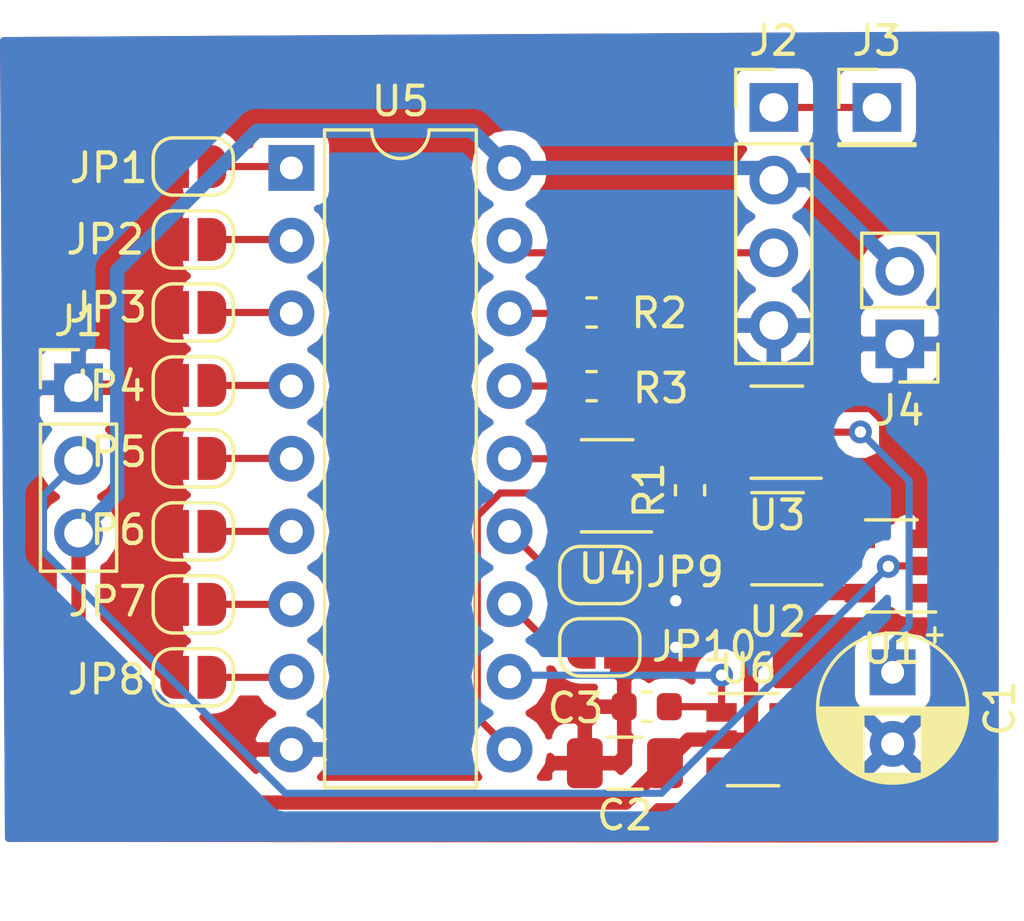
<source format=kicad_pcb>
(kicad_pcb (version 20171130) (host pcbnew 5.0.2-bee76a0~70~ubuntu18.04.1)

  (general
    (thickness 1.6)
    (drawings 11)
    (tracks 115)
    (zones 0)
    (modules 26)
    (nets 25)
  )

  (page A4)
  (layers
    (0 F.Cu signal)
    (31 B.Cu signal)
    (32 B.Adhes user)
    (33 F.Adhes user)
    (34 B.Paste user)
    (35 F.Paste user)
    (36 B.SilkS user)
    (37 F.SilkS user)
    (38 B.Mask user)
    (39 F.Mask user)
    (40 Dwgs.User user)
    (41 Cmts.User user)
    (42 Eco1.User user)
    (43 Eco2.User user)
    (44 Edge.Cuts user)
    (45 Margin user)
    (46 B.CrtYd user)
    (47 F.CrtYd user)
    (48 B.Fab user hide)
    (49 F.Fab user hide)
  )

  (setup
    (last_trace_width 0.25)
    (trace_clearance 0.2)
    (zone_clearance 0.508)
    (zone_45_only no)
    (trace_min 0.2)
    (segment_width 0.2)
    (edge_width 0.1)
    (via_size 0.8)
    (via_drill 0.4)
    (via_min_size 0.4)
    (via_min_drill 0.3)
    (uvia_size 0.3)
    (uvia_drill 0.1)
    (uvias_allowed no)
    (uvia_min_size 0.2)
    (uvia_min_drill 0.1)
    (pcb_text_width 0.3)
    (pcb_text_size 1.5 1.5)
    (mod_edge_width 0.15)
    (mod_text_size 1 1)
    (mod_text_width 0.15)
    (pad_size 1.5 1.5)
    (pad_drill 0.6)
    (pad_to_mask_clearance 0)
    (aux_axis_origin 0 0)
    (visible_elements FFFBFF7F)
    (pcbplotparams
      (layerselection 0x010fc_ffffffff)
      (usegerberextensions false)
      (usegerberattributes false)
      (usegerberadvancedattributes false)
      (creategerberjobfile false)
      (excludeedgelayer true)
      (linewidth 0.100000)
      (plotframeref false)
      (viasonmask false)
      (mode 1)
      (useauxorigin false)
      (hpglpennumber 1)
      (hpglpenspeed 20)
      (hpglpendiameter 15.000000)
      (psnegative false)
      (psa4output false)
      (plotreference true)
      (plotvalue true)
      (plotinvisibletext false)
      (padsonsilk false)
      (subtractmaskfromsilk false)
      (outputformat 1)
      (mirror false)
      (drillshape 1)
      (scaleselection 1)
      (outputdirectory ""))
  )

  (net 0 "")
  (net 1 "Net-(C1-Pad1)")
  (net 2 GND)
  (net 3 VCC)
  (net 4 /BAT_LOW_N)
  (net 5 /SENSOR)
  (net 6 /ANT)
  (net 7 /DATA)
  (net 8 "Net-(JP1-Pad2)")
  (net 9 "Net-(JP2-Pad2)")
  (net 10 "Net-(JP3-Pad2)")
  (net 11 "Net-(JP4-Pad2)")
  (net 12 "Net-(JP5-Pad2)")
  (net 13 "Net-(JP6-Pad2)")
  (net 14 "Net-(JP7-Pad2)")
  (net 15 "Net-(JP8-Pad2)")
  (net 16 "Net-(JP9-Pad1)")
  (net 17 "Net-(JP10-Pad1)")
  (net 18 /SENSOR_LS)
  (net 19 "Net-(R2-Pad2)")
  (net 20 "Net-(R2-Pad1)")
  (net 21 "Net-(R3-Pad2)")
  (net 22 "Net-(U1-Pad4)")
  (net 23 "Net-(U3-Pad4)")
  (net 24 "Net-(U4-Pad4)")

  (net_class Default "This is the default net class."
    (clearance 0.2)
    (trace_width 0.25)
    (via_dia 0.8)
    (via_drill 0.4)
    (uvia_dia 0.3)
    (uvia_drill 0.1)
    (add_net /ANT)
    (add_net /BAT_LOW_N)
    (add_net /DATA)
    (add_net /SENSOR)
    (add_net /SENSOR_LS)
    (add_net "Net-(C1-Pad1)")
    (add_net "Net-(JP1-Pad2)")
    (add_net "Net-(JP10-Pad1)")
    (add_net "Net-(JP2-Pad2)")
    (add_net "Net-(JP3-Pad2)")
    (add_net "Net-(JP4-Pad2)")
    (add_net "Net-(JP5-Pad2)")
    (add_net "Net-(JP6-Pad2)")
    (add_net "Net-(JP7-Pad2)")
    (add_net "Net-(JP8-Pad2)")
    (add_net "Net-(JP9-Pad1)")
    (add_net "Net-(R2-Pad1)")
    (add_net "Net-(R2-Pad2)")
    (add_net "Net-(R3-Pad2)")
    (add_net "Net-(U1-Pad4)")
    (add_net "Net-(U3-Pad4)")
    (add_net "Net-(U4-Pad4)")
  )

  (net_class GND ""
    (clearance 0.25)
    (trace_width 0.5)
    (via_dia 0.8)
    (via_drill 0.4)
    (uvia_dia 0.3)
    (uvia_drill 0.1)
    (add_net GND)
  )

  (net_class VCC ""
    (clearance 0.25)
    (trace_width 0.5)
    (via_dia 0.8)
    (via_drill 0.4)
    (uvia_dia 0.3)
    (uvia_drill 0.1)
    (add_net VCC)
  )

  (module Connector_PinHeader_2.54mm:PinHeader_1x03_P2.54mm_Vertical (layer F.Cu) (tedit 59FED5CC) (tstamp 5E03463D)
    (at 129.092628 87.455471)
    (descr "Through hole straight pin header, 1x03, 2.54mm pitch, single row")
    (tags "Through hole pin header THT 1x03 2.54mm single row")
    (path /5D5FA2B5)
    (fp_text reference J1 (at 0 -2.33) (layer F.SilkS)
      (effects (font (size 1 1) (thickness 0.15)))
    )
    (fp_text value Conn_01x03 (at 0 7.41) (layer F.Fab)
      (effects (font (size 1 1) (thickness 0.15)))
    )
    (fp_text user %R (at 0 2.54 90) (layer F.Fab)
      (effects (font (size 1 1) (thickness 0.15)))
    )
    (fp_line (start 1.8 -1.8) (end -1.8 -1.8) (layer F.CrtYd) (width 0.05))
    (fp_line (start 1.8 6.85) (end 1.8 -1.8) (layer F.CrtYd) (width 0.05))
    (fp_line (start -1.8 6.85) (end 1.8 6.85) (layer F.CrtYd) (width 0.05))
    (fp_line (start -1.8 -1.8) (end -1.8 6.85) (layer F.CrtYd) (width 0.05))
    (fp_line (start -1.33 -1.33) (end 0 -1.33) (layer F.SilkS) (width 0.12))
    (fp_line (start -1.33 0) (end -1.33 -1.33) (layer F.SilkS) (width 0.12))
    (fp_line (start -1.33 1.27) (end 1.33 1.27) (layer F.SilkS) (width 0.12))
    (fp_line (start 1.33 1.27) (end 1.33 6.41) (layer F.SilkS) (width 0.12))
    (fp_line (start -1.33 1.27) (end -1.33 6.41) (layer F.SilkS) (width 0.12))
    (fp_line (start -1.33 6.41) (end 1.33 6.41) (layer F.SilkS) (width 0.12))
    (fp_line (start -1.27 -0.635) (end -0.635 -1.27) (layer F.Fab) (width 0.1))
    (fp_line (start -1.27 6.35) (end -1.27 -0.635) (layer F.Fab) (width 0.1))
    (fp_line (start 1.27 6.35) (end -1.27 6.35) (layer F.Fab) (width 0.1))
    (fp_line (start 1.27 -1.27) (end 1.27 6.35) (layer F.Fab) (width 0.1))
    (fp_line (start -0.635 -1.27) (end 1.27 -1.27) (layer F.Fab) (width 0.1))
    (pad 3 thru_hole oval (at 0 5.08) (size 1.7 1.7) (drill 1) (layers *.Cu *.Mask)
      (net 3 VCC))
    (pad 2 thru_hole oval (at 0 2.54) (size 1.7 1.7) (drill 1) (layers *.Cu *.Mask)
      (net 5 /SENSOR))
    (pad 1 thru_hole rect (at 0 0) (size 1.7 1.7) (drill 1) (layers *.Cu *.Mask)
      (net 2 GND))
    (model ${KISYS3DMOD}/Connector_PinHeader_2.54mm.3dshapes/PinHeader_1x03_P2.54mm_Vertical.wrl
      (at (xyz 0 0 0))
      (scale (xyz 1 1 1))
      (rotate (xyz 0 0 0))
    )
  )

  (module Capacitor_THT:CP_Radial_D5.0mm_P2.50mm (layer F.Cu) (tedit 5AE50EF0) (tstamp 5E030142)
    (at 157.525 97.4 270)
    (descr "CP, Radial series, Radial, pin pitch=2.50mm, , diameter=5mm, Electrolytic Capacitor")
    (tags "CP Radial series Radial pin pitch 2.50mm  diameter 5mm Electrolytic Capacitor")
    (path /5D5FA3D5)
    (fp_text reference C1 (at 1.25 -3.75 270) (layer F.SilkS)
      (effects (font (size 1 1) (thickness 0.15)))
    )
    (fp_text value 330uF (at 1.25 3.75 270) (layer F.Fab)
      (effects (font (size 1 1) (thickness 0.15)))
    )
    (fp_circle (center 1.25 0) (end 3.75 0) (layer F.Fab) (width 0.1))
    (fp_circle (center 1.25 0) (end 3.87 0) (layer F.SilkS) (width 0.12))
    (fp_circle (center 1.25 0) (end 4 0) (layer F.CrtYd) (width 0.05))
    (fp_line (start -0.883605 -1.0875) (end -0.383605 -1.0875) (layer F.Fab) (width 0.1))
    (fp_line (start -0.633605 -1.3375) (end -0.633605 -0.8375) (layer F.Fab) (width 0.1))
    (fp_line (start 1.25 -2.58) (end 1.25 2.58) (layer F.SilkS) (width 0.12))
    (fp_line (start 1.29 -2.58) (end 1.29 2.58) (layer F.SilkS) (width 0.12))
    (fp_line (start 1.33 -2.579) (end 1.33 2.579) (layer F.SilkS) (width 0.12))
    (fp_line (start 1.37 -2.578) (end 1.37 2.578) (layer F.SilkS) (width 0.12))
    (fp_line (start 1.41 -2.576) (end 1.41 2.576) (layer F.SilkS) (width 0.12))
    (fp_line (start 1.45 -2.573) (end 1.45 2.573) (layer F.SilkS) (width 0.12))
    (fp_line (start 1.49 -2.569) (end 1.49 -1.04) (layer F.SilkS) (width 0.12))
    (fp_line (start 1.49 1.04) (end 1.49 2.569) (layer F.SilkS) (width 0.12))
    (fp_line (start 1.53 -2.565) (end 1.53 -1.04) (layer F.SilkS) (width 0.12))
    (fp_line (start 1.53 1.04) (end 1.53 2.565) (layer F.SilkS) (width 0.12))
    (fp_line (start 1.57 -2.561) (end 1.57 -1.04) (layer F.SilkS) (width 0.12))
    (fp_line (start 1.57 1.04) (end 1.57 2.561) (layer F.SilkS) (width 0.12))
    (fp_line (start 1.61 -2.556) (end 1.61 -1.04) (layer F.SilkS) (width 0.12))
    (fp_line (start 1.61 1.04) (end 1.61 2.556) (layer F.SilkS) (width 0.12))
    (fp_line (start 1.65 -2.55) (end 1.65 -1.04) (layer F.SilkS) (width 0.12))
    (fp_line (start 1.65 1.04) (end 1.65 2.55) (layer F.SilkS) (width 0.12))
    (fp_line (start 1.69 -2.543) (end 1.69 -1.04) (layer F.SilkS) (width 0.12))
    (fp_line (start 1.69 1.04) (end 1.69 2.543) (layer F.SilkS) (width 0.12))
    (fp_line (start 1.73 -2.536) (end 1.73 -1.04) (layer F.SilkS) (width 0.12))
    (fp_line (start 1.73 1.04) (end 1.73 2.536) (layer F.SilkS) (width 0.12))
    (fp_line (start 1.77 -2.528) (end 1.77 -1.04) (layer F.SilkS) (width 0.12))
    (fp_line (start 1.77 1.04) (end 1.77 2.528) (layer F.SilkS) (width 0.12))
    (fp_line (start 1.81 -2.52) (end 1.81 -1.04) (layer F.SilkS) (width 0.12))
    (fp_line (start 1.81 1.04) (end 1.81 2.52) (layer F.SilkS) (width 0.12))
    (fp_line (start 1.85 -2.511) (end 1.85 -1.04) (layer F.SilkS) (width 0.12))
    (fp_line (start 1.85 1.04) (end 1.85 2.511) (layer F.SilkS) (width 0.12))
    (fp_line (start 1.89 -2.501) (end 1.89 -1.04) (layer F.SilkS) (width 0.12))
    (fp_line (start 1.89 1.04) (end 1.89 2.501) (layer F.SilkS) (width 0.12))
    (fp_line (start 1.93 -2.491) (end 1.93 -1.04) (layer F.SilkS) (width 0.12))
    (fp_line (start 1.93 1.04) (end 1.93 2.491) (layer F.SilkS) (width 0.12))
    (fp_line (start 1.971 -2.48) (end 1.971 -1.04) (layer F.SilkS) (width 0.12))
    (fp_line (start 1.971 1.04) (end 1.971 2.48) (layer F.SilkS) (width 0.12))
    (fp_line (start 2.011 -2.468) (end 2.011 -1.04) (layer F.SilkS) (width 0.12))
    (fp_line (start 2.011 1.04) (end 2.011 2.468) (layer F.SilkS) (width 0.12))
    (fp_line (start 2.051 -2.455) (end 2.051 -1.04) (layer F.SilkS) (width 0.12))
    (fp_line (start 2.051 1.04) (end 2.051 2.455) (layer F.SilkS) (width 0.12))
    (fp_line (start 2.091 -2.442) (end 2.091 -1.04) (layer F.SilkS) (width 0.12))
    (fp_line (start 2.091 1.04) (end 2.091 2.442) (layer F.SilkS) (width 0.12))
    (fp_line (start 2.131 -2.428) (end 2.131 -1.04) (layer F.SilkS) (width 0.12))
    (fp_line (start 2.131 1.04) (end 2.131 2.428) (layer F.SilkS) (width 0.12))
    (fp_line (start 2.171 -2.414) (end 2.171 -1.04) (layer F.SilkS) (width 0.12))
    (fp_line (start 2.171 1.04) (end 2.171 2.414) (layer F.SilkS) (width 0.12))
    (fp_line (start 2.211 -2.398) (end 2.211 -1.04) (layer F.SilkS) (width 0.12))
    (fp_line (start 2.211 1.04) (end 2.211 2.398) (layer F.SilkS) (width 0.12))
    (fp_line (start 2.251 -2.382) (end 2.251 -1.04) (layer F.SilkS) (width 0.12))
    (fp_line (start 2.251 1.04) (end 2.251 2.382) (layer F.SilkS) (width 0.12))
    (fp_line (start 2.291 -2.365) (end 2.291 -1.04) (layer F.SilkS) (width 0.12))
    (fp_line (start 2.291 1.04) (end 2.291 2.365) (layer F.SilkS) (width 0.12))
    (fp_line (start 2.331 -2.348) (end 2.331 -1.04) (layer F.SilkS) (width 0.12))
    (fp_line (start 2.331 1.04) (end 2.331 2.348) (layer F.SilkS) (width 0.12))
    (fp_line (start 2.371 -2.329) (end 2.371 -1.04) (layer F.SilkS) (width 0.12))
    (fp_line (start 2.371 1.04) (end 2.371 2.329) (layer F.SilkS) (width 0.12))
    (fp_line (start 2.411 -2.31) (end 2.411 -1.04) (layer F.SilkS) (width 0.12))
    (fp_line (start 2.411 1.04) (end 2.411 2.31) (layer F.SilkS) (width 0.12))
    (fp_line (start 2.451 -2.29) (end 2.451 -1.04) (layer F.SilkS) (width 0.12))
    (fp_line (start 2.451 1.04) (end 2.451 2.29) (layer F.SilkS) (width 0.12))
    (fp_line (start 2.491 -2.268) (end 2.491 -1.04) (layer F.SilkS) (width 0.12))
    (fp_line (start 2.491 1.04) (end 2.491 2.268) (layer F.SilkS) (width 0.12))
    (fp_line (start 2.531 -2.247) (end 2.531 -1.04) (layer F.SilkS) (width 0.12))
    (fp_line (start 2.531 1.04) (end 2.531 2.247) (layer F.SilkS) (width 0.12))
    (fp_line (start 2.571 -2.224) (end 2.571 -1.04) (layer F.SilkS) (width 0.12))
    (fp_line (start 2.571 1.04) (end 2.571 2.224) (layer F.SilkS) (width 0.12))
    (fp_line (start 2.611 -2.2) (end 2.611 -1.04) (layer F.SilkS) (width 0.12))
    (fp_line (start 2.611 1.04) (end 2.611 2.2) (layer F.SilkS) (width 0.12))
    (fp_line (start 2.651 -2.175) (end 2.651 -1.04) (layer F.SilkS) (width 0.12))
    (fp_line (start 2.651 1.04) (end 2.651 2.175) (layer F.SilkS) (width 0.12))
    (fp_line (start 2.691 -2.149) (end 2.691 -1.04) (layer F.SilkS) (width 0.12))
    (fp_line (start 2.691 1.04) (end 2.691 2.149) (layer F.SilkS) (width 0.12))
    (fp_line (start 2.731 -2.122) (end 2.731 -1.04) (layer F.SilkS) (width 0.12))
    (fp_line (start 2.731 1.04) (end 2.731 2.122) (layer F.SilkS) (width 0.12))
    (fp_line (start 2.771 -2.095) (end 2.771 -1.04) (layer F.SilkS) (width 0.12))
    (fp_line (start 2.771 1.04) (end 2.771 2.095) (layer F.SilkS) (width 0.12))
    (fp_line (start 2.811 -2.065) (end 2.811 -1.04) (layer F.SilkS) (width 0.12))
    (fp_line (start 2.811 1.04) (end 2.811 2.065) (layer F.SilkS) (width 0.12))
    (fp_line (start 2.851 -2.035) (end 2.851 -1.04) (layer F.SilkS) (width 0.12))
    (fp_line (start 2.851 1.04) (end 2.851 2.035) (layer F.SilkS) (width 0.12))
    (fp_line (start 2.891 -2.004) (end 2.891 -1.04) (layer F.SilkS) (width 0.12))
    (fp_line (start 2.891 1.04) (end 2.891 2.004) (layer F.SilkS) (width 0.12))
    (fp_line (start 2.931 -1.971) (end 2.931 -1.04) (layer F.SilkS) (width 0.12))
    (fp_line (start 2.931 1.04) (end 2.931 1.971) (layer F.SilkS) (width 0.12))
    (fp_line (start 2.971 -1.937) (end 2.971 -1.04) (layer F.SilkS) (width 0.12))
    (fp_line (start 2.971 1.04) (end 2.971 1.937) (layer F.SilkS) (width 0.12))
    (fp_line (start 3.011 -1.901) (end 3.011 -1.04) (layer F.SilkS) (width 0.12))
    (fp_line (start 3.011 1.04) (end 3.011 1.901) (layer F.SilkS) (width 0.12))
    (fp_line (start 3.051 -1.864) (end 3.051 -1.04) (layer F.SilkS) (width 0.12))
    (fp_line (start 3.051 1.04) (end 3.051 1.864) (layer F.SilkS) (width 0.12))
    (fp_line (start 3.091 -1.826) (end 3.091 -1.04) (layer F.SilkS) (width 0.12))
    (fp_line (start 3.091 1.04) (end 3.091 1.826) (layer F.SilkS) (width 0.12))
    (fp_line (start 3.131 -1.785) (end 3.131 -1.04) (layer F.SilkS) (width 0.12))
    (fp_line (start 3.131 1.04) (end 3.131 1.785) (layer F.SilkS) (width 0.12))
    (fp_line (start 3.171 -1.743) (end 3.171 -1.04) (layer F.SilkS) (width 0.12))
    (fp_line (start 3.171 1.04) (end 3.171 1.743) (layer F.SilkS) (width 0.12))
    (fp_line (start 3.211 -1.699) (end 3.211 -1.04) (layer F.SilkS) (width 0.12))
    (fp_line (start 3.211 1.04) (end 3.211 1.699) (layer F.SilkS) (width 0.12))
    (fp_line (start 3.251 -1.653) (end 3.251 -1.04) (layer F.SilkS) (width 0.12))
    (fp_line (start 3.251 1.04) (end 3.251 1.653) (layer F.SilkS) (width 0.12))
    (fp_line (start 3.291 -1.605) (end 3.291 -1.04) (layer F.SilkS) (width 0.12))
    (fp_line (start 3.291 1.04) (end 3.291 1.605) (layer F.SilkS) (width 0.12))
    (fp_line (start 3.331 -1.554) (end 3.331 -1.04) (layer F.SilkS) (width 0.12))
    (fp_line (start 3.331 1.04) (end 3.331 1.554) (layer F.SilkS) (width 0.12))
    (fp_line (start 3.371 -1.5) (end 3.371 -1.04) (layer F.SilkS) (width 0.12))
    (fp_line (start 3.371 1.04) (end 3.371 1.5) (layer F.SilkS) (width 0.12))
    (fp_line (start 3.411 -1.443) (end 3.411 -1.04) (layer F.SilkS) (width 0.12))
    (fp_line (start 3.411 1.04) (end 3.411 1.443) (layer F.SilkS) (width 0.12))
    (fp_line (start 3.451 -1.383) (end 3.451 -1.04) (layer F.SilkS) (width 0.12))
    (fp_line (start 3.451 1.04) (end 3.451 1.383) (layer F.SilkS) (width 0.12))
    (fp_line (start 3.491 -1.319) (end 3.491 -1.04) (layer F.SilkS) (width 0.12))
    (fp_line (start 3.491 1.04) (end 3.491 1.319) (layer F.SilkS) (width 0.12))
    (fp_line (start 3.531 -1.251) (end 3.531 -1.04) (layer F.SilkS) (width 0.12))
    (fp_line (start 3.531 1.04) (end 3.531 1.251) (layer F.SilkS) (width 0.12))
    (fp_line (start 3.571 -1.178) (end 3.571 1.178) (layer F.SilkS) (width 0.12))
    (fp_line (start 3.611 -1.098) (end 3.611 1.098) (layer F.SilkS) (width 0.12))
    (fp_line (start 3.651 -1.011) (end 3.651 1.011) (layer F.SilkS) (width 0.12))
    (fp_line (start 3.691 -0.915) (end 3.691 0.915) (layer F.SilkS) (width 0.12))
    (fp_line (start 3.731 -0.805) (end 3.731 0.805) (layer F.SilkS) (width 0.12))
    (fp_line (start 3.771 -0.677) (end 3.771 0.677) (layer F.SilkS) (width 0.12))
    (fp_line (start 3.811 -0.518) (end 3.811 0.518) (layer F.SilkS) (width 0.12))
    (fp_line (start 3.851 -0.284) (end 3.851 0.284) (layer F.SilkS) (width 0.12))
    (fp_line (start -1.554775 -1.475) (end -1.054775 -1.475) (layer F.SilkS) (width 0.12))
    (fp_line (start -1.304775 -1.725) (end -1.304775 -1.225) (layer F.SilkS) (width 0.12))
    (fp_text user %R (at 1.25 0 270) (layer F.Fab)
      (effects (font (size 1 1) (thickness 0.15)))
    )
    (pad 1 thru_hole rect (at 0 0 270) (size 1.6 1.6) (drill 0.8) (layers *.Cu *.Mask)
      (net 1 "Net-(C1-Pad1)"))
    (pad 2 thru_hole circle (at 2.5 0 270) (size 1.6 1.6) (drill 0.8) (layers *.Cu *.Mask)
      (net 2 GND))
    (model ${KISYS3DMOD}/Capacitor_THT.3dshapes/CP_Radial_D5.0mm_P2.50mm.wrl
      (at (xyz 0 0 0))
      (scale (xyz 1 1 1))
      (rotate (xyz 0 0 0))
    )
  )

  (module Capacitor_SMD:C_1206_3216Metric (layer F.Cu) (tedit 5B301BBE) (tstamp 5E02DCFA)
    (at 148.175 100.575 180)
    (descr "Capacitor SMD 1206 (3216 Metric), square (rectangular) end terminal, IPC_7351 nominal, (Body size source: http://www.tortai-tech.com/upload/download/2011102023233369053.pdf), generated with kicad-footprint-generator")
    (tags capacitor)
    (path /5DEBEC05)
    (attr smd)
    (fp_text reference C2 (at 0 -1.82 180) (layer F.SilkS)
      (effects (font (size 1 1) (thickness 0.15)))
    )
    (fp_text value 1uF (at 0 1.82 180) (layer F.Fab)
      (effects (font (size 1 1) (thickness 0.15)))
    )
    (fp_line (start -1.6 0.8) (end -1.6 -0.8) (layer F.Fab) (width 0.1))
    (fp_line (start -1.6 -0.8) (end 1.6 -0.8) (layer F.Fab) (width 0.1))
    (fp_line (start 1.6 -0.8) (end 1.6 0.8) (layer F.Fab) (width 0.1))
    (fp_line (start 1.6 0.8) (end -1.6 0.8) (layer F.Fab) (width 0.1))
    (fp_line (start -0.602064 -0.91) (end 0.602064 -0.91) (layer F.SilkS) (width 0.12))
    (fp_line (start -0.602064 0.91) (end 0.602064 0.91) (layer F.SilkS) (width 0.12))
    (fp_line (start -2.28 1.12) (end -2.28 -1.12) (layer F.CrtYd) (width 0.05))
    (fp_line (start -2.28 -1.12) (end 2.28 -1.12) (layer F.CrtYd) (width 0.05))
    (fp_line (start 2.28 -1.12) (end 2.28 1.12) (layer F.CrtYd) (width 0.05))
    (fp_line (start 2.28 1.12) (end -2.28 1.12) (layer F.CrtYd) (width 0.05))
    (fp_text user %R (at 0 0 180) (layer F.Fab)
      (effects (font (size 0.8 0.8) (thickness 0.12)))
    )
    (pad 1 smd roundrect (at -1.4 0 180) (size 1.25 1.75) (layers F.Cu F.Paste F.Mask) (roundrect_rratio 0.2)
      (net 3 VCC))
    (pad 2 smd roundrect (at 1.4 0 180) (size 1.25 1.75) (layers F.Cu F.Paste F.Mask) (roundrect_rratio 0.2)
      (net 2 GND))
    (model ${KISYS3DMOD}/Capacitor_SMD.3dshapes/C_1206_3216Metric.wrl
      (at (xyz 0 0 0))
      (scale (xyz 1 1 1))
      (rotate (xyz 0 0 0))
    )
  )

  (module Capacitor_SMD:C_0603_1608Metric (layer F.Cu) (tedit 5B301BBE) (tstamp 5E02DD0B)
    (at 148.9375 98.6 180)
    (descr "Capacitor SMD 0603 (1608 Metric), square (rectangular) end terminal, IPC_7351 nominal, (Body size source: http://www.tortai-tech.com/upload/download/2011102023233369053.pdf), generated with kicad-footprint-generator")
    (tags capacitor)
    (path /5DEBEE4B)
    (attr smd)
    (fp_text reference C3 (at 2.4875 -0.05 180) (layer F.SilkS)
      (effects (font (size 1 1) (thickness 0.15)))
    )
    (fp_text value 100pF (at 0 1.43 180) (layer F.Fab)
      (effects (font (size 1 1) (thickness 0.15)))
    )
    (fp_line (start -0.8 0.4) (end -0.8 -0.4) (layer F.Fab) (width 0.1))
    (fp_line (start -0.8 -0.4) (end 0.8 -0.4) (layer F.Fab) (width 0.1))
    (fp_line (start 0.8 -0.4) (end 0.8 0.4) (layer F.Fab) (width 0.1))
    (fp_line (start 0.8 0.4) (end -0.8 0.4) (layer F.Fab) (width 0.1))
    (fp_line (start -0.162779 -0.51) (end 0.162779 -0.51) (layer F.SilkS) (width 0.12))
    (fp_line (start -0.162779 0.51) (end 0.162779 0.51) (layer F.SilkS) (width 0.12))
    (fp_line (start -1.48 0.73) (end -1.48 -0.73) (layer F.CrtYd) (width 0.05))
    (fp_line (start -1.48 -0.73) (end 1.48 -0.73) (layer F.CrtYd) (width 0.05))
    (fp_line (start 1.48 -0.73) (end 1.48 0.73) (layer F.CrtYd) (width 0.05))
    (fp_line (start 1.48 0.73) (end -1.48 0.73) (layer F.CrtYd) (width 0.05))
    (fp_text user %R (at 0 0 180) (layer F.Fab)
      (effects (font (size 0.4 0.4) (thickness 0.06)))
    )
    (pad 1 smd roundrect (at -0.7875 0 180) (size 0.875 0.95) (layers F.Cu F.Paste F.Mask) (roundrect_rratio 0.25)
      (net 4 /BAT_LOW_N))
    (pad 2 smd roundrect (at 0.7875 0 180) (size 0.875 0.95) (layers F.Cu F.Paste F.Mask) (roundrect_rratio 0.25)
      (net 2 GND))
    (model ${KISYS3DMOD}/Capacitor_SMD.3dshapes/C_0603_1608Metric.wrl
      (at (xyz 0 0 0))
      (scale (xyz 1 1 1))
      (rotate (xyz 0 0 0))
    )
  )

  (module Connector_PinHeader_2.54mm:PinHeader_1x04_P2.54mm_Vertical (layer F.Cu) (tedit 59FED5CC) (tstamp 5E034911)
    (at 153.375 77.66)
    (descr "Through hole straight pin header, 1x04, 2.54mm pitch, single row")
    (tags "Through hole pin header THT 1x04 2.54mm single row")
    (path /5D63DD0B)
    (fp_text reference J2 (at 0 -2.33) (layer F.SilkS)
      (effects (font (size 1 1) (thickness 0.15)))
    )
    (fp_text value Conn_01x04 (at 0 9.95) (layer F.Fab)
      (effects (font (size 1 1) (thickness 0.15)))
    )
    (fp_line (start -0.635 -1.27) (end 1.27 -1.27) (layer F.Fab) (width 0.1))
    (fp_line (start 1.27 -1.27) (end 1.27 8.89) (layer F.Fab) (width 0.1))
    (fp_line (start 1.27 8.89) (end -1.27 8.89) (layer F.Fab) (width 0.1))
    (fp_line (start -1.27 8.89) (end -1.27 -0.635) (layer F.Fab) (width 0.1))
    (fp_line (start -1.27 -0.635) (end -0.635 -1.27) (layer F.Fab) (width 0.1))
    (fp_line (start -1.33 8.95) (end 1.33 8.95) (layer F.SilkS) (width 0.12))
    (fp_line (start -1.33 1.27) (end -1.33 8.95) (layer F.SilkS) (width 0.12))
    (fp_line (start 1.33 1.27) (end 1.33 8.95) (layer F.SilkS) (width 0.12))
    (fp_line (start -1.33 1.27) (end 1.33 1.27) (layer F.SilkS) (width 0.12))
    (fp_line (start -1.33 0) (end -1.33 -1.33) (layer F.SilkS) (width 0.12))
    (fp_line (start -1.33 -1.33) (end 0 -1.33) (layer F.SilkS) (width 0.12))
    (fp_line (start -1.8 -1.8) (end -1.8 9.4) (layer F.CrtYd) (width 0.05))
    (fp_line (start -1.8 9.4) (end 1.8 9.4) (layer F.CrtYd) (width 0.05))
    (fp_line (start 1.8 9.4) (end 1.8 -1.8) (layer F.CrtYd) (width 0.05))
    (fp_line (start 1.8 -1.8) (end -1.8 -1.8) (layer F.CrtYd) (width 0.05))
    (fp_text user %R (at 0 3.81 90) (layer F.Fab)
      (effects (font (size 1 1) (thickness 0.15)))
    )
    (pad 1 thru_hole rect (at 0 0) (size 1.7 1.7) (drill 1) (layers *.Cu *.Mask)
      (net 6 /ANT))
    (pad 2 thru_hole oval (at 0 2.54) (size 1.7 1.7) (drill 1) (layers *.Cu *.Mask)
      (net 3 VCC))
    (pad 3 thru_hole oval (at 0 5.08) (size 1.7 1.7) (drill 1) (layers *.Cu *.Mask)
      (net 7 /DATA))
    (pad 4 thru_hole oval (at 0 7.62) (size 1.7 1.7) (drill 1) (layers *.Cu *.Mask)
      (net 2 GND))
    (model ${KISYS3DMOD}/Connector_PinHeader_2.54mm.3dshapes/PinHeader_1x04_P2.54mm_Vertical.wrl
      (at (xyz 0 0 0))
      (scale (xyz 1 1 1))
      (rotate (xyz 0 0 0))
    )
  )

  (module Connector_PinHeader_2.54mm:PinHeader_1x01_P2.54mm_Vertical (layer F.Cu) (tedit 59FED5CC) (tstamp 5E0348D2)
    (at 156.975 77.66)
    (descr "Through hole straight pin header, 1x01, 2.54mm pitch, single row")
    (tags "Through hole pin header THT 1x01 2.54mm single row")
    (path /5D6A7D25)
    (fp_text reference J3 (at 0 -2.33) (layer F.SilkS)
      (effects (font (size 1 1) (thickness 0.15)))
    )
    (fp_text value Conn_01x01_Female (at 0 2.33) (layer F.Fab)
      (effects (font (size 1 1) (thickness 0.15)))
    )
    (fp_line (start -0.635 -1.27) (end 1.27 -1.27) (layer F.Fab) (width 0.1))
    (fp_line (start 1.27 -1.27) (end 1.27 1.27) (layer F.Fab) (width 0.1))
    (fp_line (start 1.27 1.27) (end -1.27 1.27) (layer F.Fab) (width 0.1))
    (fp_line (start -1.27 1.27) (end -1.27 -0.635) (layer F.Fab) (width 0.1))
    (fp_line (start -1.27 -0.635) (end -0.635 -1.27) (layer F.Fab) (width 0.1))
    (fp_line (start -1.33 1.33) (end 1.33 1.33) (layer F.SilkS) (width 0.12))
    (fp_line (start -1.33 1.27) (end -1.33 1.33) (layer F.SilkS) (width 0.12))
    (fp_line (start 1.33 1.27) (end 1.33 1.33) (layer F.SilkS) (width 0.12))
    (fp_line (start -1.33 1.27) (end 1.33 1.27) (layer F.SilkS) (width 0.12))
    (fp_line (start -1.33 0) (end -1.33 -1.33) (layer F.SilkS) (width 0.12))
    (fp_line (start -1.33 -1.33) (end 0 -1.33) (layer F.SilkS) (width 0.12))
    (fp_line (start -1.8 -1.8) (end -1.8 1.8) (layer F.CrtYd) (width 0.05))
    (fp_line (start -1.8 1.8) (end 1.8 1.8) (layer F.CrtYd) (width 0.05))
    (fp_line (start 1.8 1.8) (end 1.8 -1.8) (layer F.CrtYd) (width 0.05))
    (fp_line (start 1.8 -1.8) (end -1.8 -1.8) (layer F.CrtYd) (width 0.05))
    (fp_text user %R (at 0 0 90) (layer F.Fab)
      (effects (font (size 1 1) (thickness 0.15)))
    )
    (pad 1 thru_hole rect (at 0 0) (size 1.7 1.7) (drill 1) (layers *.Cu *.Mask)
      (net 6 /ANT))
    (model ${KISYS3DMOD}/Connector_PinHeader_2.54mm.3dshapes/PinHeader_1x01_P2.54mm_Vertical.wrl
      (at (xyz 0 0 0))
      (scale (xyz 1 1 1))
      (rotate (xyz 0 0 0))
    )
  )

  (module Jumper:SolderJumper-2_P1.3mm_Open_RoundedPad1.0x1.5mm (layer F.Cu) (tedit 5B391E66) (tstamp 5E0319C5)
    (at 133.1 79.725)
    (descr "SMD Solder Jumper, 1x1.5mm, rounded Pads, 0.3mm gap, open")
    (tags "solder jumper open")
    (path /5D69608B)
    (attr virtual)
    (fp_text reference JP1 (at -2.95 0.05) (layer F.SilkS)
      (effects (font (size 1 1) (thickness 0.15)))
    )
    (fp_text value Jumper_NO_Small (at 0 1.9) (layer F.Fab)
      (effects (font (size 1 1) (thickness 0.15)))
    )
    (fp_line (start 1.65 1.25) (end -1.65 1.25) (layer F.CrtYd) (width 0.05))
    (fp_line (start 1.65 1.25) (end 1.65 -1.25) (layer F.CrtYd) (width 0.05))
    (fp_line (start -1.65 -1.25) (end -1.65 1.25) (layer F.CrtYd) (width 0.05))
    (fp_line (start -1.65 -1.25) (end 1.65 -1.25) (layer F.CrtYd) (width 0.05))
    (fp_line (start -0.7 -1) (end 0.7 -1) (layer F.SilkS) (width 0.12))
    (fp_line (start 1.4 -0.3) (end 1.4 0.3) (layer F.SilkS) (width 0.12))
    (fp_line (start 0.7 1) (end -0.7 1) (layer F.SilkS) (width 0.12))
    (fp_line (start -1.4 0.3) (end -1.4 -0.3) (layer F.SilkS) (width 0.12))
    (fp_arc (start -0.7 -0.3) (end -0.7 -1) (angle -90) (layer F.SilkS) (width 0.12))
    (fp_arc (start -0.7 0.3) (end -1.4 0.3) (angle -90) (layer F.SilkS) (width 0.12))
    (fp_arc (start 0.7 0.3) (end 0.7 1) (angle -90) (layer F.SilkS) (width 0.12))
    (fp_arc (start 0.7 -0.3) (end 1.4 -0.3) (angle -90) (layer F.SilkS) (width 0.12))
    (pad 2 smd custom (at 0.65 0) (size 1 0.5) (layers F.Cu F.Mask)
      (net 8 "Net-(JP1-Pad2)") (zone_connect 2)
      (options (clearance outline) (anchor rect))
      (primitives
        (gr_circle (center 0 0.25) (end 0.5 0.25) (width 0))
        (gr_circle (center 0 -0.25) (end 0.5 -0.25) (width 0))
        (gr_poly (pts
           (xy 0 -0.75) (xy -0.5 -0.75) (xy -0.5 0.75) (xy 0 0.75)) (width 0))
      ))
    (pad 1 smd custom (at -0.65 0) (size 1 0.5) (layers F.Cu F.Mask)
      (net 2 GND) (zone_connect 2)
      (options (clearance outline) (anchor rect))
      (primitives
        (gr_circle (center 0 0.25) (end 0.5 0.25) (width 0))
        (gr_circle (center 0 -0.25) (end 0.5 -0.25) (width 0))
        (gr_poly (pts
           (xy 0 -0.75) (xy 0.5 -0.75) (xy 0.5 0.75) (xy 0 0.75)) (width 0))
      ))
  )

  (module Jumper:SolderJumper-2_P1.3mm_Open_RoundedPad1.0x1.5mm (layer F.Cu) (tedit 5B391E66) (tstamp 5E03195F)
    (at 133.1 82.275)
    (descr "SMD Solder Jumper, 1x1.5mm, rounded Pads, 0.3mm gap, open")
    (tags "solder jumper open")
    (path /5D696376)
    (attr virtual)
    (fp_text reference JP2 (at -3.075 0) (layer F.SilkS)
      (effects (font (size 1 1) (thickness 0.15)))
    )
    (fp_text value Jumper_NO_Small (at 0 1.9) (layer F.Fab)
      (effects (font (size 1 1) (thickness 0.15)))
    )
    (fp_arc (start 0.7 -0.3) (end 1.4 -0.3) (angle -90) (layer F.SilkS) (width 0.12))
    (fp_arc (start 0.7 0.3) (end 0.7 1) (angle -90) (layer F.SilkS) (width 0.12))
    (fp_arc (start -0.7 0.3) (end -1.4 0.3) (angle -90) (layer F.SilkS) (width 0.12))
    (fp_arc (start -0.7 -0.3) (end -0.7 -1) (angle -90) (layer F.SilkS) (width 0.12))
    (fp_line (start -1.4 0.3) (end -1.4 -0.3) (layer F.SilkS) (width 0.12))
    (fp_line (start 0.7 1) (end -0.7 1) (layer F.SilkS) (width 0.12))
    (fp_line (start 1.4 -0.3) (end 1.4 0.3) (layer F.SilkS) (width 0.12))
    (fp_line (start -0.7 -1) (end 0.7 -1) (layer F.SilkS) (width 0.12))
    (fp_line (start -1.65 -1.25) (end 1.65 -1.25) (layer F.CrtYd) (width 0.05))
    (fp_line (start -1.65 -1.25) (end -1.65 1.25) (layer F.CrtYd) (width 0.05))
    (fp_line (start 1.65 1.25) (end 1.65 -1.25) (layer F.CrtYd) (width 0.05))
    (fp_line (start 1.65 1.25) (end -1.65 1.25) (layer F.CrtYd) (width 0.05))
    (pad 1 smd custom (at -0.65 0) (size 1 0.5) (layers F.Cu F.Mask)
      (net 2 GND) (zone_connect 2)
      (options (clearance outline) (anchor rect))
      (primitives
        (gr_circle (center 0 0.25) (end 0.5 0.25) (width 0))
        (gr_circle (center 0 -0.25) (end 0.5 -0.25) (width 0))
        (gr_poly (pts
           (xy 0 -0.75) (xy 0.5 -0.75) (xy 0.5 0.75) (xy 0 0.75)) (width 0))
      ))
    (pad 2 smd custom (at 0.65 0) (size 1 0.5) (layers F.Cu F.Mask)
      (net 9 "Net-(JP2-Pad2)") (zone_connect 2)
      (options (clearance outline) (anchor rect))
      (primitives
        (gr_circle (center 0 0.25) (end 0.5 0.25) (width 0))
        (gr_circle (center 0 -0.25) (end 0.5 -0.25) (width 0))
        (gr_poly (pts
           (xy 0 -0.75) (xy -0.5 -0.75) (xy -0.5 0.75) (xy 0 0.75)) (width 0))
      ))
  )

  (module Jumper:SolderJumper-2_P1.3mm_Open_RoundedPad1.0x1.5mm (layer F.Cu) (tedit 5B391E66) (tstamp 5E0318C6)
    (at 133.1 84.825)
    (descr "SMD Solder Jumper, 1x1.5mm, rounded Pads, 0.3mm gap, open")
    (tags "solder jumper open")
    (path /5D6965FD)
    (attr virtual)
    (fp_text reference JP3 (at -2.975 -0.175) (layer F.SilkS)
      (effects (font (size 1 1) (thickness 0.15)))
    )
    (fp_text value Jumper_NO_Small (at 0 1.9) (layer F.Fab)
      (effects (font (size 1 1) (thickness 0.15)))
    )
    (fp_arc (start 0.7 -0.3) (end 1.4 -0.3) (angle -90) (layer F.SilkS) (width 0.12))
    (fp_arc (start 0.7 0.3) (end 0.7 1) (angle -90) (layer F.SilkS) (width 0.12))
    (fp_arc (start -0.7 0.3) (end -1.4 0.3) (angle -90) (layer F.SilkS) (width 0.12))
    (fp_arc (start -0.7 -0.3) (end -0.7 -1) (angle -90) (layer F.SilkS) (width 0.12))
    (fp_line (start -1.4 0.3) (end -1.4 -0.3) (layer F.SilkS) (width 0.12))
    (fp_line (start 0.7 1) (end -0.7 1) (layer F.SilkS) (width 0.12))
    (fp_line (start 1.4 -0.3) (end 1.4 0.3) (layer F.SilkS) (width 0.12))
    (fp_line (start -0.7 -1) (end 0.7 -1) (layer F.SilkS) (width 0.12))
    (fp_line (start -1.65 -1.25) (end 1.65 -1.25) (layer F.CrtYd) (width 0.05))
    (fp_line (start -1.65 -1.25) (end -1.65 1.25) (layer F.CrtYd) (width 0.05))
    (fp_line (start 1.65 1.25) (end 1.65 -1.25) (layer F.CrtYd) (width 0.05))
    (fp_line (start 1.65 1.25) (end -1.65 1.25) (layer F.CrtYd) (width 0.05))
    (pad 1 smd custom (at -0.65 0) (size 1 0.5) (layers F.Cu F.Mask)
      (net 2 GND) (zone_connect 2)
      (options (clearance outline) (anchor rect))
      (primitives
        (gr_circle (center 0 0.25) (end 0.5 0.25) (width 0))
        (gr_circle (center 0 -0.25) (end 0.5 -0.25) (width 0))
        (gr_poly (pts
           (xy 0 -0.75) (xy 0.5 -0.75) (xy 0.5 0.75) (xy 0 0.75)) (width 0))
      ))
    (pad 2 smd custom (at 0.65 0) (size 1 0.5) (layers F.Cu F.Mask)
      (net 10 "Net-(JP3-Pad2)") (zone_connect 2)
      (options (clearance outline) (anchor rect))
      (primitives
        (gr_circle (center 0 0.25) (end 0.5 0.25) (width 0))
        (gr_circle (center 0 -0.25) (end 0.5 -0.25) (width 0))
        (gr_poly (pts
           (xy 0 -0.75) (xy -0.5 -0.75) (xy -0.5 0.75) (xy 0 0.75)) (width 0))
      ))
  )

  (module Jumper:SolderJumper-2_P1.3mm_Open_RoundedPad1.0x1.5mm (layer F.Cu) (tedit 5B391E66) (tstamp 5E031893)
    (at 133.1 87.375)
    (descr "SMD Solder Jumper, 1x1.5mm, rounded Pads, 0.3mm gap, open")
    (tags "solder jumper open")
    (path /5D696604)
    (attr virtual)
    (fp_text reference JP4 (at -3.025 0.025) (layer F.SilkS)
      (effects (font (size 1 1) (thickness 0.15)))
    )
    (fp_text value Jumper_NO_Small (at 0 1.9) (layer F.Fab)
      (effects (font (size 1 1) (thickness 0.15)))
    )
    (fp_line (start 1.65 1.25) (end -1.65 1.25) (layer F.CrtYd) (width 0.05))
    (fp_line (start 1.65 1.25) (end 1.65 -1.25) (layer F.CrtYd) (width 0.05))
    (fp_line (start -1.65 -1.25) (end -1.65 1.25) (layer F.CrtYd) (width 0.05))
    (fp_line (start -1.65 -1.25) (end 1.65 -1.25) (layer F.CrtYd) (width 0.05))
    (fp_line (start -0.7 -1) (end 0.7 -1) (layer F.SilkS) (width 0.12))
    (fp_line (start 1.4 -0.3) (end 1.4 0.3) (layer F.SilkS) (width 0.12))
    (fp_line (start 0.7 1) (end -0.7 1) (layer F.SilkS) (width 0.12))
    (fp_line (start -1.4 0.3) (end -1.4 -0.3) (layer F.SilkS) (width 0.12))
    (fp_arc (start -0.7 -0.3) (end -0.7 -1) (angle -90) (layer F.SilkS) (width 0.12))
    (fp_arc (start -0.7 0.3) (end -1.4 0.3) (angle -90) (layer F.SilkS) (width 0.12))
    (fp_arc (start 0.7 0.3) (end 0.7 1) (angle -90) (layer F.SilkS) (width 0.12))
    (fp_arc (start 0.7 -0.3) (end 1.4 -0.3) (angle -90) (layer F.SilkS) (width 0.12))
    (pad 2 smd custom (at 0.65 0) (size 1 0.5) (layers F.Cu F.Mask)
      (net 11 "Net-(JP4-Pad2)") (zone_connect 2)
      (options (clearance outline) (anchor rect))
      (primitives
        (gr_circle (center 0 0.25) (end 0.5 0.25) (width 0))
        (gr_circle (center 0 -0.25) (end 0.5 -0.25) (width 0))
        (gr_poly (pts
           (xy 0 -0.75) (xy -0.5 -0.75) (xy -0.5 0.75) (xy 0 0.75)) (width 0))
      ))
    (pad 1 smd custom (at -0.65 0) (size 1 0.5) (layers F.Cu F.Mask)
      (net 2 GND) (zone_connect 2)
      (options (clearance outline) (anchor rect))
      (primitives
        (gr_circle (center 0 0.25) (end 0.5 0.25) (width 0))
        (gr_circle (center 0 -0.25) (end 0.5 -0.25) (width 0))
        (gr_poly (pts
           (xy 0 -0.75) (xy 0.5 -0.75) (xy 0.5 0.75) (xy 0 0.75)) (width 0))
      ))
  )

  (module Jumper:SolderJumper-2_P1.3mm_Open_RoundedPad1.0x1.5mm (layer F.Cu) (tedit 5B391E66) (tstamp 5E0318F9)
    (at 133.1 89.925)
    (descr "SMD Solder Jumper, 1x1.5mm, rounded Pads, 0.3mm gap, open")
    (tags "solder jumper open")
    (path /5D69697B)
    (attr virtual)
    (fp_text reference JP5 (at -2.975 -0.225) (layer F.SilkS)
      (effects (font (size 1 1) (thickness 0.15)))
    )
    (fp_text value Jumper_NO_Small (at 0 1.9) (layer F.Fab)
      (effects (font (size 1 1) (thickness 0.15)))
    )
    (fp_arc (start 0.7 -0.3) (end 1.4 -0.3) (angle -90) (layer F.SilkS) (width 0.12))
    (fp_arc (start 0.7 0.3) (end 0.7 1) (angle -90) (layer F.SilkS) (width 0.12))
    (fp_arc (start -0.7 0.3) (end -1.4 0.3) (angle -90) (layer F.SilkS) (width 0.12))
    (fp_arc (start -0.7 -0.3) (end -0.7 -1) (angle -90) (layer F.SilkS) (width 0.12))
    (fp_line (start -1.4 0.3) (end -1.4 -0.3) (layer F.SilkS) (width 0.12))
    (fp_line (start 0.7 1) (end -0.7 1) (layer F.SilkS) (width 0.12))
    (fp_line (start 1.4 -0.3) (end 1.4 0.3) (layer F.SilkS) (width 0.12))
    (fp_line (start -0.7 -1) (end 0.7 -1) (layer F.SilkS) (width 0.12))
    (fp_line (start -1.65 -1.25) (end 1.65 -1.25) (layer F.CrtYd) (width 0.05))
    (fp_line (start -1.65 -1.25) (end -1.65 1.25) (layer F.CrtYd) (width 0.05))
    (fp_line (start 1.65 1.25) (end 1.65 -1.25) (layer F.CrtYd) (width 0.05))
    (fp_line (start 1.65 1.25) (end -1.65 1.25) (layer F.CrtYd) (width 0.05))
    (pad 1 smd custom (at -0.65 0) (size 1 0.5) (layers F.Cu F.Mask)
      (net 2 GND) (zone_connect 2)
      (options (clearance outline) (anchor rect))
      (primitives
        (gr_circle (center 0 0.25) (end 0.5 0.25) (width 0))
        (gr_circle (center 0 -0.25) (end 0.5 -0.25) (width 0))
        (gr_poly (pts
           (xy 0 -0.75) (xy 0.5 -0.75) (xy 0.5 0.75) (xy 0 0.75)) (width 0))
      ))
    (pad 2 smd custom (at 0.65 0) (size 1 0.5) (layers F.Cu F.Mask)
      (net 12 "Net-(JP5-Pad2)") (zone_connect 2)
      (options (clearance outline) (anchor rect))
      (primitives
        (gr_circle (center 0 0.25) (end 0.5 0.25) (width 0))
        (gr_circle (center 0 -0.25) (end 0.5 -0.25) (width 0))
        (gr_poly (pts
           (xy 0 -0.75) (xy -0.5 -0.75) (xy -0.5 0.75) (xy 0 0.75)) (width 0))
      ))
  )

  (module Jumper:SolderJumper-2_P1.3mm_Open_RoundedPad1.0x1.5mm (layer F.Cu) (tedit 5B391E66) (tstamp 5E03192C)
    (at 133.1 92.475)
    (descr "SMD Solder Jumper, 1x1.5mm, rounded Pads, 0.3mm gap, open")
    (tags "solder jumper open")
    (path /5D696982)
    (attr virtual)
    (fp_text reference JP6 (at -3 -0.05) (layer F.SilkS)
      (effects (font (size 1 1) (thickness 0.15)))
    )
    (fp_text value Jumper_NO_Small (at 0 1.9) (layer F.Fab)
      (effects (font (size 1 1) (thickness 0.15)))
    )
    (fp_line (start 1.65 1.25) (end -1.65 1.25) (layer F.CrtYd) (width 0.05))
    (fp_line (start 1.65 1.25) (end 1.65 -1.25) (layer F.CrtYd) (width 0.05))
    (fp_line (start -1.65 -1.25) (end -1.65 1.25) (layer F.CrtYd) (width 0.05))
    (fp_line (start -1.65 -1.25) (end 1.65 -1.25) (layer F.CrtYd) (width 0.05))
    (fp_line (start -0.7 -1) (end 0.7 -1) (layer F.SilkS) (width 0.12))
    (fp_line (start 1.4 -0.3) (end 1.4 0.3) (layer F.SilkS) (width 0.12))
    (fp_line (start 0.7 1) (end -0.7 1) (layer F.SilkS) (width 0.12))
    (fp_line (start -1.4 0.3) (end -1.4 -0.3) (layer F.SilkS) (width 0.12))
    (fp_arc (start -0.7 -0.3) (end -0.7 -1) (angle -90) (layer F.SilkS) (width 0.12))
    (fp_arc (start -0.7 0.3) (end -1.4 0.3) (angle -90) (layer F.SilkS) (width 0.12))
    (fp_arc (start 0.7 0.3) (end 0.7 1) (angle -90) (layer F.SilkS) (width 0.12))
    (fp_arc (start 0.7 -0.3) (end 1.4 -0.3) (angle -90) (layer F.SilkS) (width 0.12))
    (pad 2 smd custom (at 0.65 0) (size 1 0.5) (layers F.Cu F.Mask)
      (net 13 "Net-(JP6-Pad2)") (zone_connect 2)
      (options (clearance outline) (anchor rect))
      (primitives
        (gr_circle (center 0 0.25) (end 0.5 0.25) (width 0))
        (gr_circle (center 0 -0.25) (end 0.5 -0.25) (width 0))
        (gr_poly (pts
           (xy 0 -0.75) (xy -0.5 -0.75) (xy -0.5 0.75) (xy 0 0.75)) (width 0))
      ))
    (pad 1 smd custom (at -0.65 0) (size 1 0.5) (layers F.Cu F.Mask)
      (net 2 GND) (zone_connect 2)
      (options (clearance outline) (anchor rect))
      (primitives
        (gr_circle (center 0 0.25) (end 0.5 0.25) (width 0))
        (gr_circle (center 0 -0.25) (end 0.5 -0.25) (width 0))
        (gr_poly (pts
           (xy 0 -0.75) (xy 0.5 -0.75) (xy 0.5 0.75) (xy 0 0.75)) (width 0))
      ))
  )

  (module Jumper:SolderJumper-2_P1.3mm_Open_RoundedPad1.0x1.5mm (layer F.Cu) (tedit 5B391E66) (tstamp 5E031992)
    (at 133.1 95.025)
    (descr "SMD Solder Jumper, 1x1.5mm, rounded Pads, 0.3mm gap, open")
    (tags "solder jumper open")
    (path /5D696989)
    (attr virtual)
    (fp_text reference JP7 (at -3 -0.1) (layer F.SilkS)
      (effects (font (size 1 1) (thickness 0.15)))
    )
    (fp_text value Jumper_NO_Small (at 0 1.9) (layer F.Fab)
      (effects (font (size 1 1) (thickness 0.15)))
    )
    (fp_arc (start 0.7 -0.3) (end 1.4 -0.3) (angle -90) (layer F.SilkS) (width 0.12))
    (fp_arc (start 0.7 0.3) (end 0.7 1) (angle -90) (layer F.SilkS) (width 0.12))
    (fp_arc (start -0.7 0.3) (end -1.4 0.3) (angle -90) (layer F.SilkS) (width 0.12))
    (fp_arc (start -0.7 -0.3) (end -0.7 -1) (angle -90) (layer F.SilkS) (width 0.12))
    (fp_line (start -1.4 0.3) (end -1.4 -0.3) (layer F.SilkS) (width 0.12))
    (fp_line (start 0.7 1) (end -0.7 1) (layer F.SilkS) (width 0.12))
    (fp_line (start 1.4 -0.3) (end 1.4 0.3) (layer F.SilkS) (width 0.12))
    (fp_line (start -0.7 -1) (end 0.7 -1) (layer F.SilkS) (width 0.12))
    (fp_line (start -1.65 -1.25) (end 1.65 -1.25) (layer F.CrtYd) (width 0.05))
    (fp_line (start -1.65 -1.25) (end -1.65 1.25) (layer F.CrtYd) (width 0.05))
    (fp_line (start 1.65 1.25) (end 1.65 -1.25) (layer F.CrtYd) (width 0.05))
    (fp_line (start 1.65 1.25) (end -1.65 1.25) (layer F.CrtYd) (width 0.05))
    (pad 1 smd custom (at -0.65 0) (size 1 0.5) (layers F.Cu F.Mask)
      (net 2 GND) (zone_connect 2)
      (options (clearance outline) (anchor rect))
      (primitives
        (gr_circle (center 0 0.25) (end 0.5 0.25) (width 0))
        (gr_circle (center 0 -0.25) (end 0.5 -0.25) (width 0))
        (gr_poly (pts
           (xy 0 -0.75) (xy 0.5 -0.75) (xy 0.5 0.75) (xy 0 0.75)) (width 0))
      ))
    (pad 2 smd custom (at 0.65 0) (size 1 0.5) (layers F.Cu F.Mask)
      (net 14 "Net-(JP7-Pad2)") (zone_connect 2)
      (options (clearance outline) (anchor rect))
      (primitives
        (gr_circle (center 0 0.25) (end 0.5 0.25) (width 0))
        (gr_circle (center 0 -0.25) (end 0.5 -0.25) (width 0))
        (gr_poly (pts
           (xy 0 -0.75) (xy -0.5 -0.75) (xy -0.5 0.75) (xy 0 0.75)) (width 0))
      ))
  )

  (module Jumper:SolderJumper-2_P1.3mm_Open_RoundedPad1.0x1.5mm (layer F.Cu) (tedit 5B391E66) (tstamp 5E031860)
    (at 133.1 97.575)
    (descr "SMD Solder Jumper, 1x1.5mm, rounded Pads, 0.3mm gap, open")
    (tags "solder jumper open")
    (path /5D696990)
    (attr virtual)
    (fp_text reference JP8 (at -3.025 0.075) (layer F.SilkS)
      (effects (font (size 1 1) (thickness 0.15)))
    )
    (fp_text value Jumper_NO_Small (at 0 1.9) (layer F.Fab)
      (effects (font (size 1 1) (thickness 0.15)))
    )
    (fp_line (start 1.65 1.25) (end -1.65 1.25) (layer F.CrtYd) (width 0.05))
    (fp_line (start 1.65 1.25) (end 1.65 -1.25) (layer F.CrtYd) (width 0.05))
    (fp_line (start -1.65 -1.25) (end -1.65 1.25) (layer F.CrtYd) (width 0.05))
    (fp_line (start -1.65 -1.25) (end 1.65 -1.25) (layer F.CrtYd) (width 0.05))
    (fp_line (start -0.7 -1) (end 0.7 -1) (layer F.SilkS) (width 0.12))
    (fp_line (start 1.4 -0.3) (end 1.4 0.3) (layer F.SilkS) (width 0.12))
    (fp_line (start 0.7 1) (end -0.7 1) (layer F.SilkS) (width 0.12))
    (fp_line (start -1.4 0.3) (end -1.4 -0.3) (layer F.SilkS) (width 0.12))
    (fp_arc (start -0.7 -0.3) (end -0.7 -1) (angle -90) (layer F.SilkS) (width 0.12))
    (fp_arc (start -0.7 0.3) (end -1.4 0.3) (angle -90) (layer F.SilkS) (width 0.12))
    (fp_arc (start 0.7 0.3) (end 0.7 1) (angle -90) (layer F.SilkS) (width 0.12))
    (fp_arc (start 0.7 -0.3) (end 1.4 -0.3) (angle -90) (layer F.SilkS) (width 0.12))
    (pad 2 smd custom (at 0.65 0) (size 1 0.5) (layers F.Cu F.Mask)
      (net 15 "Net-(JP8-Pad2)") (zone_connect 2)
      (options (clearance outline) (anchor rect))
      (primitives
        (gr_circle (center 0 0.25) (end 0.5 0.25) (width 0))
        (gr_circle (center 0 -0.25) (end 0.5 -0.25) (width 0))
        (gr_poly (pts
           (xy 0 -0.75) (xy -0.5 -0.75) (xy -0.5 0.75) (xy 0 0.75)) (width 0))
      ))
    (pad 1 smd custom (at -0.65 0) (size 1 0.5) (layers F.Cu F.Mask)
      (net 2 GND) (zone_connect 2)
      (options (clearance outline) (anchor rect))
      (primitives
        (gr_circle (center 0 0.25) (end 0.5 0.25) (width 0))
        (gr_circle (center 0 -0.25) (end 0.5 -0.25) (width 0))
        (gr_poly (pts
           (xy 0 -0.75) (xy 0.5 -0.75) (xy 0.5 0.75) (xy 0 0.75)) (width 0))
      ))
  )

  (module Jumper:SolderJumper-2_P1.3mm_Open_RoundedPad1.0x1.5mm (layer F.Cu) (tedit 5B391E66) (tstamp 5E02FE7D)
    (at 147.3 94)
    (descr "SMD Solder Jumper, 1x1.5mm, rounded Pads, 0.3mm gap, open")
    (tags "solder jumper open")
    (path /5DEC504E)
    (attr virtual)
    (fp_text reference JP9 (at 2.975 -0.1) (layer F.SilkS)
      (effects (font (size 1 1) (thickness 0.15)))
    )
    (fp_text value Jumper_NO_Small (at 0 1.9) (layer F.Fab)
      (effects (font (size 1 1) (thickness 0.15)))
    )
    (fp_arc (start 0.7 -0.3) (end 1.4 -0.3) (angle -90) (layer F.SilkS) (width 0.12))
    (fp_arc (start 0.7 0.3) (end 0.7 1) (angle -90) (layer F.SilkS) (width 0.12))
    (fp_arc (start -0.7 0.3) (end -1.4 0.3) (angle -90) (layer F.SilkS) (width 0.12))
    (fp_arc (start -0.7 -0.3) (end -0.7 -1) (angle -90) (layer F.SilkS) (width 0.12))
    (fp_line (start -1.4 0.3) (end -1.4 -0.3) (layer F.SilkS) (width 0.12))
    (fp_line (start 0.7 1) (end -0.7 1) (layer F.SilkS) (width 0.12))
    (fp_line (start 1.4 -0.3) (end 1.4 0.3) (layer F.SilkS) (width 0.12))
    (fp_line (start -0.7 -1) (end 0.7 -1) (layer F.SilkS) (width 0.12))
    (fp_line (start -1.65 -1.25) (end 1.65 -1.25) (layer F.CrtYd) (width 0.05))
    (fp_line (start -1.65 -1.25) (end -1.65 1.25) (layer F.CrtYd) (width 0.05))
    (fp_line (start 1.65 1.25) (end 1.65 -1.25) (layer F.CrtYd) (width 0.05))
    (fp_line (start 1.65 1.25) (end -1.65 1.25) (layer F.CrtYd) (width 0.05))
    (pad 1 smd custom (at -0.65 0) (size 1 0.5) (layers F.Cu F.Mask)
      (net 16 "Net-(JP9-Pad1)") (zone_connect 2)
      (options (clearance outline) (anchor rect))
      (primitives
        (gr_circle (center 0 0.25) (end 0.5 0.25) (width 0))
        (gr_circle (center 0 -0.25) (end 0.5 -0.25) (width 0))
        (gr_poly (pts
           (xy 0 -0.75) (xy 0.5 -0.75) (xy 0.5 0.75) (xy 0 0.75)) (width 0))
      ))
    (pad 2 smd custom (at 0.65 0) (size 1 0.5) (layers F.Cu F.Mask)
      (net 2 GND) (zone_connect 2)
      (options (clearance outline) (anchor rect))
      (primitives
        (gr_circle (center 0 0.25) (end 0.5 0.25) (width 0))
        (gr_circle (center 0 -0.25) (end 0.5 -0.25) (width 0))
        (gr_poly (pts
           (xy 0 -0.75) (xy -0.5 -0.75) (xy -0.5 0.75) (xy 0 0.75)) (width 0))
      ))
  )

  (module Jumper:SolderJumper-2_P1.3mm_Open_RoundedPad1.0x1.5mm (layer F.Cu) (tedit 5B391E66) (tstamp 5E02DE03)
    (at 147.3 96.525)
    (descr "SMD Solder Jumper, 1x1.5mm, rounded Pads, 0.3mm gap, open")
    (tags "solder jumper open")
    (path /5DEC66B4)
    (attr virtual)
    (fp_text reference JP10 (at 3.65 -0.025) (layer F.SilkS)
      (effects (font (size 1 1) (thickness 0.15)))
    )
    (fp_text value Jumper_NO_Small (at 0 1.9) (layer F.Fab)
      (effects (font (size 1 1) (thickness 0.15)))
    )
    (fp_line (start 1.65 1.25) (end -1.65 1.25) (layer F.CrtYd) (width 0.05))
    (fp_line (start 1.65 1.25) (end 1.65 -1.25) (layer F.CrtYd) (width 0.05))
    (fp_line (start -1.65 -1.25) (end -1.65 1.25) (layer F.CrtYd) (width 0.05))
    (fp_line (start -1.65 -1.25) (end 1.65 -1.25) (layer F.CrtYd) (width 0.05))
    (fp_line (start -0.7 -1) (end 0.7 -1) (layer F.SilkS) (width 0.12))
    (fp_line (start 1.4 -0.3) (end 1.4 0.3) (layer F.SilkS) (width 0.12))
    (fp_line (start 0.7 1) (end -0.7 1) (layer F.SilkS) (width 0.12))
    (fp_line (start -1.4 0.3) (end -1.4 -0.3) (layer F.SilkS) (width 0.12))
    (fp_arc (start -0.7 -0.3) (end -0.7 -1) (angle -90) (layer F.SilkS) (width 0.12))
    (fp_arc (start -0.7 0.3) (end -1.4 0.3) (angle -90) (layer F.SilkS) (width 0.12))
    (fp_arc (start 0.7 0.3) (end 0.7 1) (angle -90) (layer F.SilkS) (width 0.12))
    (fp_arc (start 0.7 -0.3) (end 1.4 -0.3) (angle -90) (layer F.SilkS) (width 0.12))
    (pad 2 smd custom (at 0.65 0) (size 1 0.5) (layers F.Cu F.Mask)
      (net 2 GND) (zone_connect 2)
      (options (clearance outline) (anchor rect))
      (primitives
        (gr_circle (center 0 0.25) (end 0.5 0.25) (width 0))
        (gr_circle (center 0 -0.25) (end 0.5 -0.25) (width 0))
        (gr_poly (pts
           (xy 0 -0.75) (xy -0.5 -0.75) (xy -0.5 0.75) (xy 0 0.75)) (width 0))
      ))
    (pad 1 smd custom (at -0.65 0) (size 1 0.5) (layers F.Cu F.Mask)
      (net 17 "Net-(JP10-Pad1)") (zone_connect 2)
      (options (clearance outline) (anchor rect))
      (primitives
        (gr_circle (center 0 0.25) (end 0.5 0.25) (width 0))
        (gr_circle (center 0 -0.25) (end 0.5 -0.25) (width 0))
        (gr_poly (pts
           (xy 0 -0.75) (xy 0.5 -0.75) (xy 0.5 0.75) (xy 0 0.75)) (width 0))
      ))
  )

  (module Resistor_SMD:R_0603_1608Metric (layer F.Cu) (tedit 5B301BBD) (tstamp 5E02F91A)
    (at 150.45 91.0375 90)
    (descr "Resistor SMD 0603 (1608 Metric), square (rectangular) end terminal, IPC_7351 nominal, (Body size source: http://www.tortai-tech.com/upload/download/2011102023233369053.pdf), generated with kicad-footprint-generator")
    (tags resistor)
    (path /5D5FA4F1)
    (attr smd)
    (fp_text reference R1 (at 0 -1.43 90) (layer F.SilkS)
      (effects (font (size 1 1) (thickness 0.15)))
    )
    (fp_text value 1K (at 0 1.43 90) (layer F.Fab)
      (effects (font (size 1 1) (thickness 0.15)))
    )
    (fp_line (start -0.8 0.4) (end -0.8 -0.4) (layer F.Fab) (width 0.1))
    (fp_line (start -0.8 -0.4) (end 0.8 -0.4) (layer F.Fab) (width 0.1))
    (fp_line (start 0.8 -0.4) (end 0.8 0.4) (layer F.Fab) (width 0.1))
    (fp_line (start 0.8 0.4) (end -0.8 0.4) (layer F.Fab) (width 0.1))
    (fp_line (start -0.162779 -0.51) (end 0.162779 -0.51) (layer F.SilkS) (width 0.12))
    (fp_line (start -0.162779 0.51) (end 0.162779 0.51) (layer F.SilkS) (width 0.12))
    (fp_line (start -1.48 0.73) (end -1.48 -0.73) (layer F.CrtYd) (width 0.05))
    (fp_line (start -1.48 -0.73) (end 1.48 -0.73) (layer F.CrtYd) (width 0.05))
    (fp_line (start 1.48 -0.73) (end 1.48 0.73) (layer F.CrtYd) (width 0.05))
    (fp_line (start 1.48 0.73) (end -1.48 0.73) (layer F.CrtYd) (width 0.05))
    (fp_text user %R (at 0 0 90) (layer F.Fab)
      (effects (font (size 0.4 0.4) (thickness 0.06)))
    )
    (pad 1 smd roundrect (at -0.7875 0 90) (size 0.875 0.95) (layers F.Cu F.Paste F.Mask) (roundrect_rratio 0.25)
      (net 18 /SENSOR_LS))
    (pad 2 smd roundrect (at 0.7875 0 90) (size 0.875 0.95) (layers F.Cu F.Paste F.Mask) (roundrect_rratio 0.25)
      (net 1 "Net-(C1-Pad1)"))
    (model ${KISYS3DMOD}/Resistor_SMD.3dshapes/R_0603_1608Metric.wrl
      (at (xyz 0 0 0))
      (scale (xyz 1 1 1))
      (rotate (xyz 0 0 0))
    )
  )

  (module Resistor_SMD:R_0603_1608Metric (layer F.Cu) (tedit 5B301BBD) (tstamp 5E02DE25)
    (at 147.0125 84.825 180)
    (descr "Resistor SMD 0603 (1608 Metric), square (rectangular) end terminal, IPC_7351 nominal, (Body size source: http://www.tortai-tech.com/upload/download/2011102023233369053.pdf), generated with kicad-footprint-generator")
    (tags resistor)
    (path /5D695A57)
    (attr smd)
    (fp_text reference R2 (at -2.3625 -0.025 180) (layer F.SilkS)
      (effects (font (size 1 1) (thickness 0.15)))
    )
    (fp_text value 100K (at -0.2875 1.35 180) (layer F.Fab)
      (effects (font (size 1 1) (thickness 0.15)))
    )
    (fp_text user %R (at 0 0 180) (layer F.Fab)
      (effects (font (size 0.4 0.4) (thickness 0.06)))
    )
    (fp_line (start 1.48 0.73) (end -1.48 0.73) (layer F.CrtYd) (width 0.05))
    (fp_line (start 1.48 -0.73) (end 1.48 0.73) (layer F.CrtYd) (width 0.05))
    (fp_line (start -1.48 -0.73) (end 1.48 -0.73) (layer F.CrtYd) (width 0.05))
    (fp_line (start -1.48 0.73) (end -1.48 -0.73) (layer F.CrtYd) (width 0.05))
    (fp_line (start -0.162779 0.51) (end 0.162779 0.51) (layer F.SilkS) (width 0.12))
    (fp_line (start -0.162779 -0.51) (end 0.162779 -0.51) (layer F.SilkS) (width 0.12))
    (fp_line (start 0.8 0.4) (end -0.8 0.4) (layer F.Fab) (width 0.1))
    (fp_line (start 0.8 -0.4) (end 0.8 0.4) (layer F.Fab) (width 0.1))
    (fp_line (start -0.8 -0.4) (end 0.8 -0.4) (layer F.Fab) (width 0.1))
    (fp_line (start -0.8 0.4) (end -0.8 -0.4) (layer F.Fab) (width 0.1))
    (pad 2 smd roundrect (at 0.7875 0 180) (size 0.875 0.95) (layers F.Cu F.Paste F.Mask) (roundrect_rratio 0.25)
      (net 19 "Net-(R2-Pad2)"))
    (pad 1 smd roundrect (at -0.7875 0 180) (size 0.875 0.95) (layers F.Cu F.Paste F.Mask) (roundrect_rratio 0.25)
      (net 20 "Net-(R2-Pad1)"))
    (model ${KISYS3DMOD}/Resistor_SMD.3dshapes/R_0603_1608Metric.wrl
      (at (xyz 0 0 0))
      (scale (xyz 1 1 1))
      (rotate (xyz 0 0 0))
    )
  )

  (module Resistor_SMD:R_0603_1608Metric (layer F.Cu) (tedit 5B301BBD) (tstamp 5E02DE36)
    (at 147.0125 87.4 180)
    (descr "Resistor SMD 0603 (1608 Metric), square (rectangular) end terminal, IPC_7351 nominal, (Body size source: http://www.tortai-tech.com/upload/download/2011102023233369053.pdf), generated with kicad-footprint-generator")
    (tags resistor)
    (path /5D695AAC)
    (attr smd)
    (fp_text reference R3 (at -2.4125 -0.075 180) (layer F.SilkS)
      (effects (font (size 1 1) (thickness 0.15)))
    )
    (fp_text value 1M (at 0.0875 1.25 180) (layer F.Fab)
      (effects (font (size 1 1) (thickness 0.15)))
    )
    (fp_line (start -0.8 0.4) (end -0.8 -0.4) (layer F.Fab) (width 0.1))
    (fp_line (start -0.8 -0.4) (end 0.8 -0.4) (layer F.Fab) (width 0.1))
    (fp_line (start 0.8 -0.4) (end 0.8 0.4) (layer F.Fab) (width 0.1))
    (fp_line (start 0.8 0.4) (end -0.8 0.4) (layer F.Fab) (width 0.1))
    (fp_line (start -0.162779 -0.51) (end 0.162779 -0.51) (layer F.SilkS) (width 0.12))
    (fp_line (start -0.162779 0.51) (end 0.162779 0.51) (layer F.SilkS) (width 0.12))
    (fp_line (start -1.48 0.73) (end -1.48 -0.73) (layer F.CrtYd) (width 0.05))
    (fp_line (start -1.48 -0.73) (end 1.48 -0.73) (layer F.CrtYd) (width 0.05))
    (fp_line (start 1.48 -0.73) (end 1.48 0.73) (layer F.CrtYd) (width 0.05))
    (fp_line (start 1.48 0.73) (end -1.48 0.73) (layer F.CrtYd) (width 0.05))
    (fp_text user %R (at 0 0 180) (layer F.Fab)
      (effects (font (size 0.4 0.4) (thickness 0.06)))
    )
    (pad 1 smd roundrect (at -0.7875 0 180) (size 0.875 0.95) (layers F.Cu F.Paste F.Mask) (roundrect_rratio 0.25)
      (net 20 "Net-(R2-Pad1)"))
    (pad 2 smd roundrect (at 0.7875 0 180) (size 0.875 0.95) (layers F.Cu F.Paste F.Mask) (roundrect_rratio 0.25)
      (net 21 "Net-(R3-Pad2)"))
    (model ${KISYS3DMOD}/Resistor_SMD.3dshapes/R_0603_1608Metric.wrl
      (at (xyz 0 0 0))
      (scale (xyz 1 1 1))
      (rotate (xyz 0 0 0))
    )
  )

  (module Package_TO_SOT_SMD:SOT-23-5 (layer F.Cu) (tedit 5A02FF57) (tstamp 5E02DE4B)
    (at 157.480541 93.682119 180)
    (descr "5-pin SOT23 package")
    (tags SOT-23-5)
    (path /5DEA24E0)
    (attr smd)
    (fp_text reference U1 (at 0 -2.9 180) (layer F.SilkS)
      (effects (font (size 1 1) (thickness 0.15)))
    )
    (fp_text value 74LVC1G04 (at 0 2.9 180) (layer F.Fab)
      (effects (font (size 1 1) (thickness 0.15)))
    )
    (fp_text user %R (at 0 0 270) (layer F.Fab)
      (effects (font (size 0.5 0.5) (thickness 0.075)))
    )
    (fp_line (start -0.9 1.61) (end 0.9 1.61) (layer F.SilkS) (width 0.12))
    (fp_line (start 0.9 -1.61) (end -1.55 -1.61) (layer F.SilkS) (width 0.12))
    (fp_line (start -1.9 -1.8) (end 1.9 -1.8) (layer F.CrtYd) (width 0.05))
    (fp_line (start 1.9 -1.8) (end 1.9 1.8) (layer F.CrtYd) (width 0.05))
    (fp_line (start 1.9 1.8) (end -1.9 1.8) (layer F.CrtYd) (width 0.05))
    (fp_line (start -1.9 1.8) (end -1.9 -1.8) (layer F.CrtYd) (width 0.05))
    (fp_line (start -0.9 -0.9) (end -0.25 -1.55) (layer F.Fab) (width 0.1))
    (fp_line (start 0.9 -1.55) (end -0.25 -1.55) (layer F.Fab) (width 0.1))
    (fp_line (start -0.9 -0.9) (end -0.9 1.55) (layer F.Fab) (width 0.1))
    (fp_line (start 0.9 1.55) (end -0.9 1.55) (layer F.Fab) (width 0.1))
    (fp_line (start 0.9 -1.55) (end 0.9 1.55) (layer F.Fab) (width 0.1))
    (pad 1 smd rect (at -1.1 -0.95 180) (size 1.06 0.65) (layers F.Cu F.Paste F.Mask))
    (pad 2 smd rect (at -1.1 0 180) (size 1.06 0.65) (layers F.Cu F.Paste F.Mask)
      (net 5 /SENSOR))
    (pad 3 smd rect (at -1.1 0.95 180) (size 1.06 0.65) (layers F.Cu F.Paste F.Mask)
      (net 2 GND))
    (pad 4 smd rect (at 1.1 0.95 180) (size 1.06 0.65) (layers F.Cu F.Paste F.Mask)
      (net 22 "Net-(U1-Pad4)"))
    (pad 5 smd rect (at 1.1 -0.95 180) (size 1.06 0.65) (layers F.Cu F.Paste F.Mask)
      (net 3 VCC))
    (model ${KISYS3DMOD}/Package_TO_SOT_SMD.3dshapes/SOT-23-5.wrl
      (at (xyz 0 0 0))
      (scale (xyz 1 1 1))
      (rotate (xyz 0 0 0))
    )
  )

  (module Package_TO_SOT_SMD:SOT-23-5 (layer F.Cu) (tedit 5A02FF57) (tstamp 5E02F45B)
    (at 153.505541 92.732119 180)
    (descr "5-pin SOT23 package")
    (tags SOT-23-5)
    (path /5D5FA87C)
    (attr smd)
    (fp_text reference U2 (at 0 -2.9 180) (layer F.SilkS)
      (effects (font (size 1 1) (thickness 0.15)))
    )
    (fp_text value 74LVC1G04 (at 0 2.9 180) (layer F.Fab)
      (effects (font (size 1 1) (thickness 0.15)))
    )
    (fp_text user %R (at 0 0 270) (layer F.Fab)
      (effects (font (size 0.5 0.5) (thickness 0.075)))
    )
    (fp_line (start -0.9 1.61) (end 0.9 1.61) (layer F.SilkS) (width 0.12))
    (fp_line (start 0.9 -1.61) (end -1.55 -1.61) (layer F.SilkS) (width 0.12))
    (fp_line (start -1.9 -1.8) (end 1.9 -1.8) (layer F.CrtYd) (width 0.05))
    (fp_line (start 1.9 -1.8) (end 1.9 1.8) (layer F.CrtYd) (width 0.05))
    (fp_line (start 1.9 1.8) (end -1.9 1.8) (layer F.CrtYd) (width 0.05))
    (fp_line (start -1.9 1.8) (end -1.9 -1.8) (layer F.CrtYd) (width 0.05))
    (fp_line (start -0.9 -0.9) (end -0.25 -1.55) (layer F.Fab) (width 0.1))
    (fp_line (start 0.9 -1.55) (end -0.25 -1.55) (layer F.Fab) (width 0.1))
    (fp_line (start -0.9 -0.9) (end -0.9 1.55) (layer F.Fab) (width 0.1))
    (fp_line (start 0.9 1.55) (end -0.9 1.55) (layer F.Fab) (width 0.1))
    (fp_line (start 0.9 -1.55) (end 0.9 1.55) (layer F.Fab) (width 0.1))
    (pad 1 smd rect (at -1.1 -0.95 180) (size 1.06 0.65) (layers F.Cu F.Paste F.Mask))
    (pad 2 smd rect (at -1.1 0 180) (size 1.06 0.65) (layers F.Cu F.Paste F.Mask)
      (net 22 "Net-(U1-Pad4)"))
    (pad 3 smd rect (at -1.1 0.95 180) (size 1.06 0.65) (layers F.Cu F.Paste F.Mask)
      (net 2 GND))
    (pad 4 smd rect (at 1.1 0.95 180) (size 1.06 0.65) (layers F.Cu F.Paste F.Mask)
      (net 18 /SENSOR_LS))
    (pad 5 smd rect (at 1.1 -0.95 180) (size 1.06 0.65) (layers F.Cu F.Paste F.Mask)
      (net 3 VCC))
    (model ${KISYS3DMOD}/Package_TO_SOT_SMD.3dshapes/SOT-23-5.wrl
      (at (xyz 0 0 0))
      (scale (xyz 1 1 1))
      (rotate (xyz 0 0 0))
    )
  )

  (module Package_TO_SOT_SMD:SOT-23-5 (layer F.Cu) (tedit 5A02FF57) (tstamp 5E02DE75)
    (at 153.480541 89.007119 180)
    (descr "5-pin SOT23 package")
    (tags SOT-23-5)
    (path /5D5FA9BD)
    (attr smd)
    (fp_text reference U3 (at 0 -2.9 180) (layer F.SilkS)
      (effects (font (size 1 1) (thickness 0.15)))
    )
    (fp_text value 74LVC1G14 (at 0 2.9 180) (layer F.Fab)
      (effects (font (size 1 1) (thickness 0.15)))
    )
    (fp_line (start 0.9 -1.55) (end 0.9 1.55) (layer F.Fab) (width 0.1))
    (fp_line (start 0.9 1.55) (end -0.9 1.55) (layer F.Fab) (width 0.1))
    (fp_line (start -0.9 -0.9) (end -0.9 1.55) (layer F.Fab) (width 0.1))
    (fp_line (start 0.9 -1.55) (end -0.25 -1.55) (layer F.Fab) (width 0.1))
    (fp_line (start -0.9 -0.9) (end -0.25 -1.55) (layer F.Fab) (width 0.1))
    (fp_line (start -1.9 1.8) (end -1.9 -1.8) (layer F.CrtYd) (width 0.05))
    (fp_line (start 1.9 1.8) (end -1.9 1.8) (layer F.CrtYd) (width 0.05))
    (fp_line (start 1.9 -1.8) (end 1.9 1.8) (layer F.CrtYd) (width 0.05))
    (fp_line (start -1.9 -1.8) (end 1.9 -1.8) (layer F.CrtYd) (width 0.05))
    (fp_line (start 0.9 -1.61) (end -1.55 -1.61) (layer F.SilkS) (width 0.12))
    (fp_line (start -0.9 1.61) (end 0.9 1.61) (layer F.SilkS) (width 0.12))
    (fp_text user %R (at 0 0 270) (layer F.Fab)
      (effects (font (size 0.5 0.5) (thickness 0.075)))
    )
    (pad 5 smd rect (at 1.1 -0.95 180) (size 1.06 0.65) (layers F.Cu F.Paste F.Mask)
      (net 3 VCC))
    (pad 4 smd rect (at 1.1 0.95 180) (size 1.06 0.65) (layers F.Cu F.Paste F.Mask)
      (net 23 "Net-(U3-Pad4)"))
    (pad 3 smd rect (at -1.1 0.95 180) (size 1.06 0.65) (layers F.Cu F.Paste F.Mask)
      (net 2 GND))
    (pad 2 smd rect (at -1.1 0 180) (size 1.06 0.65) (layers F.Cu F.Paste F.Mask)
      (net 1 "Net-(C1-Pad1)"))
    (pad 1 smd rect (at -1.1 -0.95 180) (size 1.06 0.65) (layers F.Cu F.Paste F.Mask))
    (model ${KISYS3DMOD}/Package_TO_SOT_SMD.3dshapes/SOT-23-5.wrl
      (at (xyz 0 0 0))
      (scale (xyz 1 1 1))
      (rotate (xyz 0 0 0))
    )
  )

  (module Package_TO_SOT_SMD:SOT-23-5 (layer F.Cu) (tedit 5A02FF57) (tstamp 5E02DE8A)
    (at 147.555541 90.882119 180)
    (descr "5-pin SOT23 package")
    (tags SOT-23-5)
    (path /5D5FAC78)
    (attr smd)
    (fp_text reference U4 (at 0 -2.9 180) (layer F.SilkS)
      (effects (font (size 1 1) (thickness 0.15)))
    )
    (fp_text value 74LVC1G86 (at 0 2.9 180) (layer F.Fab)
      (effects (font (size 1 1) (thickness 0.15)))
    )
    (fp_text user %R (at 0 0 270) (layer F.Fab)
      (effects (font (size 0.5 0.5) (thickness 0.075)))
    )
    (fp_line (start -0.9 1.61) (end 0.9 1.61) (layer F.SilkS) (width 0.12))
    (fp_line (start 0.9 -1.61) (end -1.55 -1.61) (layer F.SilkS) (width 0.12))
    (fp_line (start -1.9 -1.8) (end 1.9 -1.8) (layer F.CrtYd) (width 0.05))
    (fp_line (start 1.9 -1.8) (end 1.9 1.8) (layer F.CrtYd) (width 0.05))
    (fp_line (start 1.9 1.8) (end -1.9 1.8) (layer F.CrtYd) (width 0.05))
    (fp_line (start -1.9 1.8) (end -1.9 -1.8) (layer F.CrtYd) (width 0.05))
    (fp_line (start -0.9 -0.9) (end -0.25 -1.55) (layer F.Fab) (width 0.1))
    (fp_line (start 0.9 -1.55) (end -0.25 -1.55) (layer F.Fab) (width 0.1))
    (fp_line (start -0.9 -0.9) (end -0.9 1.55) (layer F.Fab) (width 0.1))
    (fp_line (start 0.9 1.55) (end -0.9 1.55) (layer F.Fab) (width 0.1))
    (fp_line (start 0.9 -1.55) (end 0.9 1.55) (layer F.Fab) (width 0.1))
    (pad 1 smd rect (at -1.1 -0.95 180) (size 1.06 0.65) (layers F.Cu F.Paste F.Mask)
      (net 18 /SENSOR_LS))
    (pad 2 smd rect (at -1.1 0 180) (size 1.06 0.65) (layers F.Cu F.Paste F.Mask)
      (net 23 "Net-(U3-Pad4)"))
    (pad 3 smd rect (at -1.1 0.95 180) (size 1.06 0.65) (layers F.Cu F.Paste F.Mask)
      (net 2 GND))
    (pad 4 smd rect (at 1.1 0.95 180) (size 1.06 0.65) (layers F.Cu F.Paste F.Mask)
      (net 24 "Net-(U4-Pad4)"))
    (pad 5 smd rect (at 1.1 -0.95 180) (size 1.06 0.65) (layers F.Cu F.Paste F.Mask)
      (net 3 VCC))
    (model ${KISYS3DMOD}/Package_TO_SOT_SMD.3dshapes/SOT-23-5.wrl
      (at (xyz 0 0 0))
      (scale (xyz 1 1 1))
      (rotate (xyz 0 0 0))
    )
  )

  (module Package_DIP:DIP-18_W7.62mm (layer F.Cu) (tedit 5A02E8C5) (tstamp 5E034450)
    (at 136.525 79.775)
    (descr "18-lead though-hole mounted DIP package, row spacing 7.62 mm (300 mils)")
    (tags "THT DIP DIL PDIP 2.54mm 7.62mm 300mil")
    (path /5D695860)
    (fp_text reference U5 (at 3.81 -2.33) (layer F.SilkS)
      (effects (font (size 1 1) (thickness 0.15)))
    )
    (fp_text value HT12E (at 3.81 22.65) (layer F.Fab)
      (effects (font (size 1 1) (thickness 0.15)))
    )
    (fp_arc (start 3.81 -1.33) (end 2.81 -1.33) (angle -180) (layer F.SilkS) (width 0.12))
    (fp_line (start 1.635 -1.27) (end 6.985 -1.27) (layer F.Fab) (width 0.1))
    (fp_line (start 6.985 -1.27) (end 6.985 21.59) (layer F.Fab) (width 0.1))
    (fp_line (start 6.985 21.59) (end 0.635 21.59) (layer F.Fab) (width 0.1))
    (fp_line (start 0.635 21.59) (end 0.635 -0.27) (layer F.Fab) (width 0.1))
    (fp_line (start 0.635 -0.27) (end 1.635 -1.27) (layer F.Fab) (width 0.1))
    (fp_line (start 2.81 -1.33) (end 1.16 -1.33) (layer F.SilkS) (width 0.12))
    (fp_line (start 1.16 -1.33) (end 1.16 21.65) (layer F.SilkS) (width 0.12))
    (fp_line (start 1.16 21.65) (end 6.46 21.65) (layer F.SilkS) (width 0.12))
    (fp_line (start 6.46 21.65) (end 6.46 -1.33) (layer F.SilkS) (width 0.12))
    (fp_line (start 6.46 -1.33) (end 4.81 -1.33) (layer F.SilkS) (width 0.12))
    (fp_line (start -1.1 -1.55) (end -1.1 21.85) (layer F.CrtYd) (width 0.05))
    (fp_line (start -1.1 21.85) (end 8.7 21.85) (layer F.CrtYd) (width 0.05))
    (fp_line (start 8.7 21.85) (end 8.7 -1.55) (layer F.CrtYd) (width 0.05))
    (fp_line (start 8.7 -1.55) (end -1.1 -1.55) (layer F.CrtYd) (width 0.05))
    (fp_text user %R (at 3.81 10.16) (layer F.Fab)
      (effects (font (size 1 1) (thickness 0.15)))
    )
    (pad 1 thru_hole rect (at 0 0) (size 1.6 1.6) (drill 0.8) (layers *.Cu *.Mask)
      (net 8 "Net-(JP1-Pad2)"))
    (pad 10 thru_hole oval (at 7.62 20.32) (size 1.6 1.6) (drill 0.8) (layers *.Cu *.Mask)
      (net 18 /SENSOR_LS))
    (pad 2 thru_hole oval (at 0 2.54) (size 1.6 1.6) (drill 0.8) (layers *.Cu *.Mask)
      (net 9 "Net-(JP2-Pad2)"))
    (pad 11 thru_hole oval (at 7.62 17.78) (size 1.6 1.6) (drill 0.8) (layers *.Cu *.Mask)
      (net 4 /BAT_LOW_N))
    (pad 3 thru_hole oval (at 0 5.08) (size 1.6 1.6) (drill 0.8) (layers *.Cu *.Mask)
      (net 10 "Net-(JP3-Pad2)"))
    (pad 12 thru_hole oval (at 7.62 15.24) (size 1.6 1.6) (drill 0.8) (layers *.Cu *.Mask)
      (net 17 "Net-(JP10-Pad1)"))
    (pad 4 thru_hole oval (at 0 7.62) (size 1.6 1.6) (drill 0.8) (layers *.Cu *.Mask)
      (net 11 "Net-(JP4-Pad2)"))
    (pad 13 thru_hole oval (at 7.62 12.7) (size 1.6 1.6) (drill 0.8) (layers *.Cu *.Mask)
      (net 16 "Net-(JP9-Pad1)"))
    (pad 5 thru_hole oval (at 0 10.16) (size 1.6 1.6) (drill 0.8) (layers *.Cu *.Mask)
      (net 12 "Net-(JP5-Pad2)"))
    (pad 14 thru_hole oval (at 7.62 10.16) (size 1.6 1.6) (drill 0.8) (layers *.Cu *.Mask)
      (net 24 "Net-(U4-Pad4)"))
    (pad 6 thru_hole oval (at 0 12.7) (size 1.6 1.6) (drill 0.8) (layers *.Cu *.Mask)
      (net 13 "Net-(JP6-Pad2)"))
    (pad 15 thru_hole oval (at 7.62 7.62) (size 1.6 1.6) (drill 0.8) (layers *.Cu *.Mask)
      (net 21 "Net-(R3-Pad2)"))
    (pad 7 thru_hole oval (at 0 15.24) (size 1.6 1.6) (drill 0.8) (layers *.Cu *.Mask)
      (net 14 "Net-(JP7-Pad2)"))
    (pad 16 thru_hole oval (at 7.62 5.08) (size 1.6 1.6) (drill 0.8) (layers *.Cu *.Mask)
      (net 19 "Net-(R2-Pad2)"))
    (pad 8 thru_hole oval (at 0 17.78) (size 1.6 1.6) (drill 0.8) (layers *.Cu *.Mask)
      (net 15 "Net-(JP8-Pad2)"))
    (pad 17 thru_hole oval (at 7.62 2.54) (size 1.6 1.6) (drill 0.8) (layers *.Cu *.Mask)
      (net 7 /DATA))
    (pad 9 thru_hole oval (at 0 20.32) (size 1.6 1.6) (drill 0.8) (layers *.Cu *.Mask)
      (net 2 GND))
    (pad 18 thru_hole oval (at 7.62 0) (size 1.6 1.6) (drill 0.8) (layers *.Cu *.Mask)
      (net 3 VCC))
    (model ${KISYS3DMOD}/Package_DIP.3dshapes/DIP-18_W7.62mm.wrl
      (at (xyz 0 0 0))
      (scale (xyz 1 1 1))
      (rotate (xyz 0 0 0))
    )
  )

  (module Package_TO_SOT_SMD:SOT-23-5 (layer F.Cu) (tedit 5A02FF57) (tstamp 5E02F53B)
    (at 152.65 99.75)
    (descr "5-pin SOT23 package")
    (tags SOT-23-5)
    (path /5DEB115E)
    (attr smd)
    (fp_text reference U6 (at -0.175 -2.475) (layer F.SilkS)
      (effects (font (size 1 1) (thickness 0.15)))
    )
    (fp_text value BD49ExxG (at 0 2.9) (layer F.Fab)
      (effects (font (size 1 1) (thickness 0.15)))
    )
    (fp_line (start 0.9 -1.55) (end 0.9 1.55) (layer F.Fab) (width 0.1))
    (fp_line (start 0.9 1.55) (end -0.9 1.55) (layer F.Fab) (width 0.1))
    (fp_line (start -0.9 -0.9) (end -0.9 1.55) (layer F.Fab) (width 0.1))
    (fp_line (start 0.9 -1.55) (end -0.25 -1.55) (layer F.Fab) (width 0.1))
    (fp_line (start -0.9 -0.9) (end -0.25 -1.55) (layer F.Fab) (width 0.1))
    (fp_line (start -1.9 1.8) (end -1.9 -1.8) (layer F.CrtYd) (width 0.05))
    (fp_line (start 1.9 1.8) (end -1.9 1.8) (layer F.CrtYd) (width 0.05))
    (fp_line (start 1.9 -1.8) (end 1.9 1.8) (layer F.CrtYd) (width 0.05))
    (fp_line (start -1.9 -1.8) (end 1.9 -1.8) (layer F.CrtYd) (width 0.05))
    (fp_line (start 0.9 -1.61) (end -1.55 -1.61) (layer F.SilkS) (width 0.12))
    (fp_line (start -0.9 1.61) (end 0.9 1.61) (layer F.SilkS) (width 0.12))
    (fp_text user %R (at 0 0 90) (layer F.Fab)
      (effects (font (size 0.5 0.5) (thickness 0.075)))
    )
    (pad 5 smd rect (at 1.1 -0.95) (size 1.06 0.65) (layers F.Cu F.Paste F.Mask))
    (pad 4 smd rect (at 1.1 0.95) (size 1.06 0.65) (layers F.Cu F.Paste F.Mask))
    (pad 3 smd rect (at -1.1 0.95) (size 1.06 0.65) (layers F.Cu F.Paste F.Mask)
      (net 2 GND))
    (pad 2 smd rect (at -1.1 0) (size 1.06 0.65) (layers F.Cu F.Paste F.Mask)
      (net 3 VCC))
    (pad 1 smd rect (at -1.1 -0.95) (size 1.06 0.65) (layers F.Cu F.Paste F.Mask)
      (net 4 /BAT_LOW_N))
    (model ${KISYS3DMOD}/Package_TO_SOT_SMD.3dshapes/SOT-23-5.wrl
      (at (xyz 0 0 0))
      (scale (xyz 1 1 1))
      (rotate (xyz 0 0 0))
    )
  )

  (module Connector_PinHeader_2.54mm:PinHeader_1x02_P2.54mm_Vertical (layer F.Cu) (tedit 59FED5CC) (tstamp 5E034CDA)
    (at 157.775 85.925 180)
    (descr "Through hole straight pin header, 1x02, 2.54mm pitch, single row")
    (tags "Through hole pin header THT 1x02 2.54mm single row")
    (path /5DED3985)
    (fp_text reference J4 (at 0 -2.33 180) (layer F.SilkS)
      (effects (font (size 1 1) (thickness 0.15)))
    )
    (fp_text value Conn_01x02 (at 0 4.87 180) (layer F.Fab)
      (effects (font (size 1 1) (thickness 0.15)))
    )
    (fp_line (start -0.635 -1.27) (end 1.27 -1.27) (layer F.Fab) (width 0.1))
    (fp_line (start 1.27 -1.27) (end 1.27 3.81) (layer F.Fab) (width 0.1))
    (fp_line (start 1.27 3.81) (end -1.27 3.81) (layer F.Fab) (width 0.1))
    (fp_line (start -1.27 3.81) (end -1.27 -0.635) (layer F.Fab) (width 0.1))
    (fp_line (start -1.27 -0.635) (end -0.635 -1.27) (layer F.Fab) (width 0.1))
    (fp_line (start -1.33 3.87) (end 1.33 3.87) (layer F.SilkS) (width 0.12))
    (fp_line (start -1.33 1.27) (end -1.33 3.87) (layer F.SilkS) (width 0.12))
    (fp_line (start 1.33 1.27) (end 1.33 3.87) (layer F.SilkS) (width 0.12))
    (fp_line (start -1.33 1.27) (end 1.33 1.27) (layer F.SilkS) (width 0.12))
    (fp_line (start -1.33 0) (end -1.33 -1.33) (layer F.SilkS) (width 0.12))
    (fp_line (start -1.33 -1.33) (end 0 -1.33) (layer F.SilkS) (width 0.12))
    (fp_line (start -1.8 -1.8) (end -1.8 4.35) (layer F.CrtYd) (width 0.05))
    (fp_line (start -1.8 4.35) (end 1.8 4.35) (layer F.CrtYd) (width 0.05))
    (fp_line (start 1.8 4.35) (end 1.8 -1.8) (layer F.CrtYd) (width 0.05))
    (fp_line (start 1.8 -1.8) (end -1.8 -1.8) (layer F.CrtYd) (width 0.05))
    (fp_text user %R (at 0 1.27 270) (layer F.Fab)
      (effects (font (size 1 1) (thickness 0.15)))
    )
    (pad 1 thru_hole rect (at 0 0 180) (size 1.7 1.7) (drill 1) (layers *.Cu *.Mask)
      (net 2 GND))
    (pad 2 thru_hole oval (at 0 2.54 180) (size 1.7 1.7) (drill 1) (layers *.Cu *.Mask)
      (net 3 VCC))
    (model ${KISYS3DMOD}/Connector_PinHeader_2.54mm.3dshapes/PinHeader_1x02_P2.54mm_Vertical.wrl
      (at (xyz 0 0 0))
      (scale (xyz 1 1 1))
      (rotate (xyz 0 0 0))
    )
  )

  (gr_line (start 160.775 102.825) (end 160.775 101.7) (layer Dwgs.User) (width 0.2))
  (gr_line (start 127.025 102.85) (end 160.775 102.825) (layer Dwgs.User) (width 0.2))
  (gr_line (start 127.025 75.5) (end 127.025 102.85) (layer Dwgs.User) (width 0.2))
  (gr_line (start 160.775 75.5) (end 127.025 75.5) (layer Dwgs.User) (width 0.2))
  (gr_line (start 154.5 101.75) (end 160.775 101.75) (layer Dwgs.User) (width 0.2))
  (gr_line (start 160.775 75.5) (end 160.775 101.75) (layer Dwgs.User) (width 0.2))
  (gr_line (start 151.017628 74.005471) (end 151.017628 106.005471) (layer Dwgs.User) (width 0.2) (tstamp 5E034657))
  (gr_line (start 127.017628 74.005471) (end 151.017628 74.005471) (layer Dwgs.User) (width 0.2) (tstamp 5E034656))
  (gr_line (start 151.017628 106.005471) (end 127.017628 106.005471) (layer Dwgs.User) (width 0.2) (tstamp 5E034655))
  (gr_line (start 127.017628 90.005471) (end 151.017628 90.005471) (layer Dwgs.User) (width 0.2) (tstamp 5E034654))
  (gr_line (start 127.017628 106.005471) (end 127.017628 74.005471) (layer Dwgs.User) (width 0.2) (tstamp 5E034653))

  (segment (start 151.692881 89.007119) (end 154.580541 89.007119) (width 0.25) (layer F.Cu) (net 1))
  (segment (start 150.45 90.25) (end 151.692881 89.007119) (width 0.25) (layer F.Cu) (net 1))
  (segment (start 154.580541 89.007119) (end 154.000539 89.007119) (width 0.25) (layer F.Cu) (net 1))
  (via (at 156.4 89) (size 0.8) (drill 0.4) (layers F.Cu B.Cu) (net 1))
  (segment (start 154.580541 89.007119) (end 156.392881 89.007119) (width 0.25) (layer F.Cu) (net 1))
  (segment (start 156.392881 89.007119) (end 156.4 89) (width 0.25) (layer F.Cu) (net 1))
  (segment (start 157.525 96.35) (end 157.525 97.4) (width 0.25) (layer B.Cu) (net 1))
  (segment (start 158.100001 95.774999) (end 157.525 96.35) (width 0.25) (layer B.Cu) (net 1))
  (segment (start 158.100001 90.700001) (end 158.100001 95.774999) (width 0.25) (layer B.Cu) (net 1))
  (segment (start 156.4 89) (end 158.100001 90.700001) (width 0.25) (layer B.Cu) (net 1))
  (segment (start 154.605541 91.782119) (end 154.810541 91.782119) (width 0.5) (layer F.Cu) (net 2))
  (via (at 149.95 94.9) (size 0.8) (drill 0.4) (layers F.Cu B.Cu) (net 2))
  (via (at 149.95 96.525) (size 0.8) (drill 0.4) (layers F.Cu B.Cu) (net 2))
  (segment (start 155.610541 88.057119) (end 154.580541 88.057119) (width 0.5) (layer F.Cu) (net 2))
  (segment (start 157.300001 88.567999) (end 156.789121 88.057119) (width 0.5) (layer F.Cu) (net 2))
  (segment (start 157.300001 90.117659) (end 157.300001 88.567999) (width 0.5) (layer F.Cu) (net 2))
  (segment (start 156.789121 88.057119) (end 155.610541 88.057119) (width 0.5) (layer F.Cu) (net 2))
  (segment (start 155.635541 91.782119) (end 157.300001 90.117659) (width 0.5) (layer F.Cu) (net 2))
  (segment (start 154.605541 91.782119) (end 155.635541 91.782119) (width 0.5) (layer F.Cu) (net 2))
  (segment (start 153.435542 90.80712) (end 153.435541 92.857119) (width 0.5) (layer F.Cu) (net 3))
  (segment (start 152.585541 89.957119) (end 153.435542 90.80712) (width 0.5) (layer F.Cu) (net 3))
  (segment (start 152.610541 93.682119) (end 152.405541 93.682119) (width 0.5) (layer F.Cu) (net 3))
  (segment (start 153.435541 92.857119) (end 152.610541 93.682119) (width 0.5) (layer F.Cu) (net 3))
  (segment (start 152.380541 89.957119) (end 152.585541 89.957119) (width 0.5) (layer F.Cu) (net 3))
  (segment (start 150.815637 93.682119) (end 151.375541 93.682119) (width 0.5) (layer F.Cu) (net 3))
  (segment (start 149.883508 92.74999) (end 150.815637 93.682119) (width 0.5) (layer F.Cu) (net 3))
  (segment (start 147.578412 92.74999) (end 149.883508 92.74999) (width 0.5) (layer F.Cu) (net 3))
  (segment (start 146.660541 91.832119) (end 147.578412 92.74999) (width 0.5) (layer F.Cu) (net 3))
  (segment (start 151.375541 93.682119) (end 152.405541 93.682119) (width 0.5) (layer F.Cu) (net 3))
  (segment (start 146.455541 91.832119) (end 146.660541 91.832119) (width 0.5) (layer F.Cu) (net 3))
  (segment (start 153.355541 94.632119) (end 156.380541 94.632119) (width 0.5) (layer F.Cu) (net 3))
  (segment (start 152.405541 93.682119) (end 153.355541 94.632119) (width 0.5) (layer F.Cu) (net 3))
  (segment (start 152.580001 99.749999) (end 152.580001 93.856579) (width 0.5) (layer F.Cu) (net 3))
  (segment (start 152.580001 93.856579) (end 152.405541 93.682119) (width 0.5) (layer F.Cu) (net 3))
  (segment (start 151.55 99.75) (end 152.580001 99.749999) (width 0.5) (layer F.Cu) (net 3))
  (segment (start 150.4 99.75) (end 151.55 99.75) (width 0.5) (layer F.Cu) (net 3))
  (segment (start 149.575 100.575) (end 150.4 99.75) (width 0.5) (layer F.Cu) (net 3))
  (segment (start 152.95 79.775) (end 153.375 80.2) (width 0.5) (layer F.Cu) (net 3))
  (segment (start 148.19999 101.95001) (end 148.87929 101.27071) (width 0.5) (layer F.Cu) (net 3))
  (segment (start 135.164186 101.95001) (end 148.19999 101.95001) (width 0.5) (layer F.Cu) (net 3))
  (segment (start 148.87929 101.27071) (end 149.575 100.575) (width 0.5) (layer F.Cu) (net 3))
  (segment (start 129.092628 95.878452) (end 135.164186 101.95001) (width 0.5) (layer F.Cu) (net 3))
  (segment (start 129.092628 92.535471) (end 129.092628 95.878452) (width 0.5) (layer F.Cu) (net 3))
  (segment (start 143.345001 78.975001) (end 144.145 79.775) (width 0.5) (layer B.Cu) (net 3))
  (segment (start 142.844999 78.474999) (end 143.345001 78.975001) (width 0.5) (layer B.Cu) (net 3))
  (segment (start 135.324999 78.474999) (end 142.844999 78.474999) (width 0.5) (layer B.Cu) (net 3))
  (segment (start 130.442629 83.357369) (end 135.324999 78.474999) (width 0.5) (layer B.Cu) (net 3))
  (segment (start 130.442629 91.18547) (end 130.442629 83.357369) (width 0.5) (layer B.Cu) (net 3))
  (segment (start 129.092628 92.535471) (end 130.442629 91.18547) (width 0.5) (layer B.Cu) (net 3))
  (segment (start 152.95 79.775) (end 153.375 80.2) (width 0.5) (layer B.Cu) (net 3))
  (segment (start 144.145 79.775) (end 152.95 79.775) (width 0.5) (layer B.Cu) (net 3))
  (segment (start 154.59 80.2) (end 157.775 83.385) (width 0.5) (layer B.Cu) (net 3))
  (segment (start 153.375 80.2) (end 154.59 80.2) (width 0.5) (layer B.Cu) (net 3))
  (segment (start 151.35 98.6) (end 151.55 98.8) (width 0.25) (layer F.Cu) (net 4))
  (segment (start 149.725 98.6) (end 151.35 98.6) (width 0.25) (layer F.Cu) (net 4))
  (via (at 151.55 97.5) (size 0.8) (drill 0.4) (layers F.Cu B.Cu) (net 4))
  (segment (start 151.55 98.8) (end 151.55 97.5) (width 0.25) (layer F.Cu) (net 4))
  (segment (start 144.2 97.5) (end 144.145 97.555) (width 0.25) (layer B.Cu) (net 4))
  (segment (start 151.55 97.5) (end 144.2 97.5) (width 0.25) (layer B.Cu) (net 4))
  (via (at 157.375 93.7) (size 0.8) (drill 0.4) (layers F.Cu B.Cu) (net 5))
  (segment (start 158.580541 93.682119) (end 157.392881 93.682119) (width 0.25) (layer F.Cu) (net 5))
  (segment (start 157.392881 93.682119) (end 157.375 93.7) (width 0.25) (layer F.Cu) (net 5))
  (segment (start 127.867627 93.176629) (end 136.315998 101.625) (width 0.25) (layer B.Cu) (net 5))
  (segment (start 129.092628 89.995471) (end 127.867627 91.220472) (width 0.25) (layer B.Cu) (net 5))
  (segment (start 127.867627 91.220472) (end 127.867627 93.176629) (width 0.25) (layer B.Cu) (net 5))
  (segment (start 149.45 101.625) (end 157.375 93.7) (width 0.25) (layer B.Cu) (net 5))
  (segment (start 136.315998 101.625) (end 149.45 101.625) (width 0.25) (layer B.Cu) (net 5))
  (segment (start 154.475 77.66) (end 156.975 77.66) (width 0.25) (layer F.Cu) (net 6))
  (segment (start 153.375 77.66) (end 154.475 77.66) (width 0.25) (layer F.Cu) (net 6))
  (segment (start 144.57 82.74) (end 144.145 82.315) (width 0.25) (layer F.Cu) (net 7))
  (segment (start 153.375 82.74) (end 144.57 82.74) (width 0.25) (layer F.Cu) (net 7))
  (segment (start 136.475 79.725) (end 136.525 79.775) (width 0.25) (layer F.Cu) (net 8))
  (segment (start 133.75 79.725) (end 136.475 79.725) (width 0.25) (layer F.Cu) (net 8))
  (segment (start 136.485 82.275) (end 136.525 82.315) (width 0.25) (layer F.Cu) (net 9))
  (segment (start 133.75 82.275) (end 136.485 82.275) (width 0.25) (layer F.Cu) (net 9))
  (segment (start 136.495 84.825) (end 136.525 84.855) (width 0.25) (layer F.Cu) (net 10))
  (segment (start 133.75 84.825) (end 136.495 84.825) (width 0.25) (layer F.Cu) (net 10))
  (segment (start 136.505 87.375) (end 136.525 87.395) (width 0.25) (layer F.Cu) (net 11))
  (segment (start 133.75 87.375) (end 136.505 87.375) (width 0.25) (layer F.Cu) (net 11))
  (segment (start 136.515 89.925) (end 136.525 89.935) (width 0.25) (layer F.Cu) (net 12))
  (segment (start 133.75 89.925) (end 136.515 89.925) (width 0.25) (layer F.Cu) (net 12))
  (segment (start 133.75 92.475) (end 136.525 92.475) (width 0.25) (layer F.Cu) (net 13))
  (segment (start 136.515 95.025) (end 136.525 95.015) (width 0.25) (layer F.Cu) (net 14))
  (segment (start 133.75 95.025) (end 136.515 95.025) (width 0.25) (layer F.Cu) (net 14))
  (segment (start 136.505 97.575) (end 136.525 97.555) (width 0.25) (layer F.Cu) (net 15))
  (segment (start 133.75 97.575) (end 136.505 97.575) (width 0.25) (layer F.Cu) (net 15))
  (segment (start 145.67 94) (end 146.65 94) (width 0.25) (layer F.Cu) (net 16))
  (segment (start 144.145 92.475) (end 145.67 94) (width 0.25) (layer F.Cu) (net 16))
  (segment (start 145.655 96.525) (end 146.65 96.525) (width 0.25) (layer F.Cu) (net 17))
  (segment (start 144.145 95.015) (end 145.655 96.525) (width 0.25) (layer F.Cu) (net 17))
  (segment (start 150.442881 91.832119) (end 150.45 91.825) (width 0.25) (layer F.Cu) (net 18))
  (segment (start 148.655541 91.832119) (end 150.442881 91.832119) (width 0.25) (layer F.Cu) (net 18))
  (segment (start 152.36266 91.825) (end 152.405541 91.782119) (width 0.25) (layer F.Cu) (net 18))
  (segment (start 150.45 91.825) (end 152.36266 91.825) (width 0.25) (layer F.Cu) (net 18))
  (segment (start 143.019999 98.969999) (end 143.345001 99.295001) (width 0.25) (layer F.Cu) (net 18))
  (segment (start 143.019999 91.934999) (end 143.019999 98.969999) (width 0.25) (layer F.Cu) (net 18))
  (segment (start 143.345001 99.295001) (end 144.145 100.095) (width 0.25) (layer F.Cu) (net 18))
  (segment (start 143.82288 91.132118) (end 143.019999 91.934999) (width 0.25) (layer F.Cu) (net 18))
  (segment (start 147.17554 91.132118) (end 143.82288 91.132118) (width 0.25) (layer F.Cu) (net 18))
  (segment (start 147.875541 91.832119) (end 147.17554 91.132118) (width 0.25) (layer F.Cu) (net 18))
  (segment (start 148.655541 91.832119) (end 147.875541 91.832119) (width 0.25) (layer F.Cu) (net 18))
  (segment (start 146.195 84.855) (end 146.225 84.825) (width 0.25) (layer F.Cu) (net 19))
  (segment (start 144.145 84.855) (end 146.195 84.855) (width 0.25) (layer F.Cu) (net 19))
  (segment (start 147.8 85.4) (end 147.8 87.4) (width 0.25) (layer F.Cu) (net 20))
  (segment (start 147.8 84.825) (end 147.8 85.4) (width 0.25) (layer F.Cu) (net 20))
  (segment (start 146.22 87.395) (end 146.225 87.4) (width 0.25) (layer F.Cu) (net 21))
  (segment (start 144.145 87.395) (end 146.22 87.395) (width 0.25) (layer F.Cu) (net 21))
  (segment (start 154.605541 92.732119) (end 156.380541 92.732119) (width 0.25) (layer F.Cu) (net 22))
  (segment (start 149.435541 90.882119) (end 148.655541 90.882119) (width 0.25) (layer F.Cu) (net 23))
  (segment (start 149.560542 90.757118) (end 149.435541 90.882119) (width 0.25) (layer F.Cu) (net 23))
  (segment (start 149.560542 89.825) (end 149.560542 90.757118) (width 0.25) (layer F.Cu) (net 23))
  (segment (start 151.328423 88.057119) (end 149.560542 89.825) (width 0.25) (layer F.Cu) (net 23))
  (segment (start 152.380541 88.057119) (end 151.328423 88.057119) (width 0.25) (layer F.Cu) (net 23))
  (segment (start 146.45266 89.935) (end 146.455541 89.932119) (width 0.25) (layer F.Cu) (net 24))
  (segment (start 144.145 89.935) (end 146.45266 89.935) (width 0.25) (layer F.Cu) (net 24))

  (zone (net 2) (net_name GND) (layer B.Cu) (tstamp 0) (hatch edge 0.508)
    (connect_pads (clearance 0.508))
    (min_thickness 0.254)
    (fill yes (arc_segments 16) (thermal_gap 0.508) (thermal_bridge_width 0.508))
    (polygon
      (pts
        (xy 126.35 75.2) (xy 161.25 75) (xy 161.225 103.3) (xy 126.525 103.325)
      )
    )
    (filled_polygon
      (pts
        (xy 161.098112 103.173091) (xy 126.651212 103.197909) (xy 126.576686 91.220472) (xy 127.092739 91.220472) (xy 127.107627 91.295319)
        (xy 127.107628 93.101777) (xy 127.092739 93.176629) (xy 127.107628 93.251481) (xy 127.151724 93.473166) (xy 127.319699 93.724558)
        (xy 127.383155 93.766958) (xy 135.725669 102.109473) (xy 135.768069 102.172929) (xy 135.831525 102.215329) (xy 136.01946 102.340904)
        (xy 136.067603 102.35048) (xy 136.241146 102.385) (xy 136.24115 102.385) (xy 136.315998 102.399888) (xy 136.390846 102.385)
        (xy 149.375153 102.385) (xy 149.45 102.399888) (xy 149.524847 102.385) (xy 149.524852 102.385) (xy 149.746537 102.340904)
        (xy 149.997929 102.172929) (xy 150.040331 102.10947) (xy 151.242056 100.907745) (xy 156.696861 100.907745) (xy 156.770995 101.153864)
        (xy 157.308223 101.346965) (xy 157.878454 101.319778) (xy 158.279005 101.153864) (xy 158.353139 100.907745) (xy 157.525 100.079605)
        (xy 156.696861 100.907745) (xy 151.242056 100.907745) (xy 152.466578 99.683223) (xy 156.078035 99.683223) (xy 156.105222 100.253454)
        (xy 156.271136 100.654005) (xy 156.517255 100.728139) (xy 157.345395 99.9) (xy 157.704605 99.9) (xy 158.532745 100.728139)
        (xy 158.778864 100.654005) (xy 158.971965 100.116777) (xy 158.944778 99.546546) (xy 158.778864 99.145995) (xy 158.532745 99.071861)
        (xy 157.704605 99.9) (xy 157.345395 99.9) (xy 156.517255 99.071861) (xy 156.271136 99.145995) (xy 156.078035 99.683223)
        (xy 152.466578 99.683223) (xy 157.340002 94.809801) (xy 157.340002 95.460196) (xy 157.04053 95.759669) (xy 156.977071 95.802071)
        (xy 156.876518 95.95256) (xy 156.725 95.95256) (xy 156.477235 96.001843) (xy 156.267191 96.142191) (xy 156.126843 96.352235)
        (xy 156.07756 96.6) (xy 156.07756 98.2) (xy 156.126843 98.447765) (xy 156.267191 98.657809) (xy 156.477235 98.798157)
        (xy 156.711187 98.844693) (xy 156.696861 98.892255) (xy 157.525 99.720395) (xy 158.353139 98.892255) (xy 158.338813 98.844693)
        (xy 158.572765 98.798157) (xy 158.782809 98.657809) (xy 158.923157 98.447765) (xy 158.97244 98.2) (xy 158.97244 96.6)
        (xy 158.923157 96.352235) (xy 158.782809 96.142191) (xy 158.773051 96.135671) (xy 158.815905 96.071536) (xy 158.860001 95.849851)
        (xy 158.860001 95.849847) (xy 158.874889 95.775) (xy 158.860001 95.700153) (xy 158.860001 90.774847) (xy 158.874889 90.7)
        (xy 158.860001 90.625153) (xy 158.860001 90.625149) (xy 158.815905 90.403464) (xy 158.741433 90.292009) (xy 158.69033 90.215527)
        (xy 158.690328 90.215525) (xy 158.64793 90.152072) (xy 158.584477 90.109674) (xy 157.435 88.960198) (xy 157.435 88.794126)
        (xy 157.277431 88.41372) (xy 156.98628 88.122569) (xy 156.605874 87.965) (xy 156.194126 87.965) (xy 155.81372 88.122569)
        (xy 155.522569 88.41372) (xy 155.365 88.794126) (xy 155.365 89.205874) (xy 155.522569 89.58628) (xy 155.81372 89.877431)
        (xy 156.194126 90.035) (xy 156.360198 90.035) (xy 157.340001 91.014804) (xy 157.340001 92.665) (xy 157.169126 92.665)
        (xy 156.78872 92.822569) (xy 156.497569 93.11372) (xy 156.34 93.494126) (xy 156.34 93.660197) (xy 152.585 97.415198)
        (xy 152.585 97.294126) (xy 152.427431 96.91372) (xy 152.13628 96.622569) (xy 151.755874 96.465) (xy 151.344126 96.465)
        (xy 150.96372 96.622569) (xy 150.846289 96.74) (xy 145.326294 96.74) (xy 145.179577 96.520423) (xy 144.827242 96.285)
        (xy 145.179577 96.049577) (xy 145.49674 95.574909) (xy 145.608113 95.015) (xy 145.49674 94.455091) (xy 145.179577 93.980423)
        (xy 144.827242 93.745) (xy 145.179577 93.509577) (xy 145.49674 93.034909) (xy 145.608113 92.475) (xy 145.49674 91.915091)
        (xy 145.179577 91.440423) (xy 144.827242 91.205) (xy 145.179577 90.969577) (xy 145.49674 90.494909) (xy 145.608113 89.935)
        (xy 145.49674 89.375091) (xy 145.179577 88.900423) (xy 144.827242 88.665) (xy 145.179577 88.429577) (xy 145.49674 87.954909)
        (xy 145.608113 87.395) (xy 145.49674 86.835091) (xy 145.179577 86.360423) (xy 144.827242 86.125) (xy 145.179577 85.889577)
        (xy 145.348417 85.63689) (xy 151.933524 85.63689) (xy 152.103355 86.046924) (xy 152.493642 86.475183) (xy 153.018108 86.721486)
        (xy 153.248 86.600819) (xy 153.248 85.407) (xy 153.502 85.407) (xy 153.502 86.600819) (xy 153.731892 86.721486)
        (xy 154.256358 86.475183) (xy 154.497344 86.21075) (xy 156.29 86.21075) (xy 156.29 86.90131) (xy 156.386673 87.134699)
        (xy 156.565302 87.313327) (xy 156.798691 87.41) (xy 157.48925 87.41) (xy 157.648 87.25125) (xy 157.648 86.052)
        (xy 157.902 86.052) (xy 157.902 87.25125) (xy 158.06075 87.41) (xy 158.751309 87.41) (xy 158.984698 87.313327)
        (xy 159.163327 87.134699) (xy 159.26 86.90131) (xy 159.26 86.21075) (xy 159.10125 86.052) (xy 157.902 86.052)
        (xy 157.648 86.052) (xy 156.44875 86.052) (xy 156.29 86.21075) (xy 154.497344 86.21075) (xy 154.646645 86.046924)
        (xy 154.816476 85.63689) (xy 154.695155 85.407) (xy 153.502 85.407) (xy 153.248 85.407) (xy 152.054845 85.407)
        (xy 151.933524 85.63689) (xy 145.348417 85.63689) (xy 145.49674 85.414909) (xy 145.608113 84.855) (xy 145.49674 84.295091)
        (xy 145.179577 83.820423) (xy 144.827242 83.585) (xy 145.179577 83.349577) (xy 145.49674 82.874909) (xy 145.608113 82.315)
        (xy 145.49674 81.755091) (xy 145.179577 81.280423) (xy 144.827242 81.045) (xy 145.179577 80.809577) (xy 145.279521 80.66)
        (xy 151.952407 80.66) (xy 151.976161 80.779418) (xy 152.304375 81.270625) (xy 152.602761 81.47) (xy 152.304375 81.669375)
        (xy 151.976161 82.160582) (xy 151.860908 82.74) (xy 151.976161 83.319418) (xy 152.304375 83.810625) (xy 152.623478 84.023843)
        (xy 152.493642 84.084817) (xy 152.103355 84.513076) (xy 151.933524 84.92311) (xy 152.054845 85.153) (xy 153.248 85.153)
        (xy 153.248 85.133) (xy 153.502 85.133) (xy 153.502 85.153) (xy 154.695155 85.153) (xy 154.816476 84.92311)
        (xy 154.646645 84.513076) (xy 154.256358 84.084817) (xy 154.126522 84.023843) (xy 154.445625 83.810625) (xy 154.773839 83.319418)
        (xy 154.889092 82.74) (xy 154.773839 82.160582) (xy 154.445625 81.669375) (xy 154.147239 81.47) (xy 154.423698 81.285276)
        (xy 156.304462 83.16604) (xy 156.260908 83.385) (xy 156.376161 83.964418) (xy 156.704375 84.455625) (xy 156.726033 84.470096)
        (xy 156.565302 84.536673) (xy 156.386673 84.715301) (xy 156.29 84.94869) (xy 156.29 85.63925) (xy 156.44875 85.798)
        (xy 157.648 85.798) (xy 157.648 85.778) (xy 157.902 85.778) (xy 157.902 85.798) (xy 159.10125 85.798)
        (xy 159.26 85.63925) (xy 159.26 84.94869) (xy 159.163327 84.715301) (xy 158.984698 84.536673) (xy 158.823967 84.470096)
        (xy 158.845625 84.455625) (xy 159.173839 83.964418) (xy 159.289092 83.385) (xy 159.173839 82.805582) (xy 158.845625 82.314375)
        (xy 158.354418 81.986161) (xy 157.921256 81.9) (xy 157.628744 81.9) (xy 157.55604 81.914462) (xy 155.277424 79.635846)
        (xy 155.228049 79.561951) (xy 154.93531 79.366348) (xy 154.677165 79.315) (xy 154.677161 79.315) (xy 154.59 79.297663)
        (xy 154.561817 79.303269) (xy 154.445625 79.129375) (xy 154.427381 79.117184) (xy 154.472765 79.108157) (xy 154.682809 78.967809)
        (xy 154.823157 78.757765) (xy 154.87244 78.51) (xy 154.87244 76.81) (xy 155.47756 76.81) (xy 155.47756 78.51)
        (xy 155.526843 78.757765) (xy 155.667191 78.967809) (xy 155.877235 79.108157) (xy 156.125 79.15744) (xy 157.825 79.15744)
        (xy 158.072765 79.108157) (xy 158.282809 78.967809) (xy 158.423157 78.757765) (xy 158.47244 78.51) (xy 158.47244 76.81)
        (xy 158.423157 76.562235) (xy 158.282809 76.352191) (xy 158.072765 76.211843) (xy 157.825 76.16256) (xy 156.125 76.16256)
        (xy 155.877235 76.211843) (xy 155.667191 76.352191) (xy 155.526843 76.562235) (xy 155.47756 76.81) (xy 154.87244 76.81)
        (xy 154.823157 76.562235) (xy 154.682809 76.352191) (xy 154.472765 76.211843) (xy 154.225 76.16256) (xy 152.525 76.16256)
        (xy 152.277235 76.211843) (xy 152.067191 76.352191) (xy 151.926843 76.562235) (xy 151.87756 76.81) (xy 151.87756 78.51)
        (xy 151.926843 78.757765) (xy 152.0152 78.89) (xy 145.279521 78.89) (xy 145.179577 78.740423) (xy 144.704909 78.42326)
        (xy 144.286333 78.34) (xy 144.003667 78.34) (xy 143.968561 78.346983) (xy 143.532424 77.910846) (xy 143.483048 77.83695)
        (xy 143.190309 77.641347) (xy 142.932164 77.589999) (xy 142.93216 77.589999) (xy 142.844999 77.572662) (xy 142.757838 77.589999)
        (xy 135.41216 77.589999) (xy 135.324999 77.572662) (xy 135.237838 77.589999) (xy 135.237834 77.589999) (xy 134.979689 77.641347)
        (xy 134.760844 77.787575) (xy 134.760843 77.787576) (xy 134.68695 77.83695) (xy 134.637576 77.910843) (xy 129.878474 82.669946)
        (xy 129.804581 82.71932) (xy 129.755207 82.793213) (xy 129.755205 82.793215) (xy 129.608977 83.01206) (xy 129.540292 83.357369)
        (xy 129.55763 83.444534) (xy 129.55763 85.970471) (xy 129.378378 85.970471) (xy 129.219628 86.129221) (xy 129.219628 87.328471)
        (xy 129.239628 87.328471) (xy 129.239628 87.582471) (xy 129.219628 87.582471) (xy 129.219628 87.602471) (xy 128.965628 87.602471)
        (xy 128.965628 87.582471) (xy 127.766378 87.582471) (xy 127.607628 87.741221) (xy 127.607628 88.431781) (xy 127.704301 88.66517)
        (xy 127.88293 88.843798) (xy 128.043661 88.910375) (xy 128.022003 88.924846) (xy 127.693789 89.416053) (xy 127.578536 89.995471)
        (xy 127.651419 90.361879) (xy 127.383157 90.630141) (xy 127.319698 90.672543) (xy 127.151723 90.923936) (xy 127.107627 91.145621)
        (xy 127.107627 91.145625) (xy 127.092739 91.220472) (xy 126.576686 91.220472) (xy 126.547185 86.479161) (xy 127.607628 86.479161)
        (xy 127.607628 87.169721) (xy 127.766378 87.328471) (xy 128.965628 87.328471) (xy 128.965628 86.129221) (xy 128.806878 85.970471)
        (xy 128.116319 85.970471) (xy 127.88293 86.067144) (xy 127.704301 86.245772) (xy 127.607628 86.479161) (xy 126.547185 86.479161)
        (xy 126.477789 75.32627) (xy 161.122887 75.127731)
      )
    )
    (filled_polygon
      (pts
        (xy 142.716983 79.598561) (xy 142.681887 79.775) (xy 142.79326 80.334909) (xy 143.110423 80.809577) (xy 143.462758 81.045)
        (xy 143.110423 81.280423) (xy 142.79326 81.755091) (xy 142.681887 82.315) (xy 142.79326 82.874909) (xy 143.110423 83.349577)
        (xy 143.462758 83.585) (xy 143.110423 83.820423) (xy 142.79326 84.295091) (xy 142.681887 84.855) (xy 142.79326 85.414909)
        (xy 143.110423 85.889577) (xy 143.462758 86.125) (xy 143.110423 86.360423) (xy 142.79326 86.835091) (xy 142.681887 87.395)
        (xy 142.79326 87.954909) (xy 143.110423 88.429577) (xy 143.462758 88.665) (xy 143.110423 88.900423) (xy 142.79326 89.375091)
        (xy 142.681887 89.935) (xy 142.79326 90.494909) (xy 143.110423 90.969577) (xy 143.462758 91.205) (xy 143.110423 91.440423)
        (xy 142.79326 91.915091) (xy 142.681887 92.475) (xy 142.79326 93.034909) (xy 143.110423 93.509577) (xy 143.462758 93.745)
        (xy 143.110423 93.980423) (xy 142.79326 94.455091) (xy 142.681887 95.015) (xy 142.79326 95.574909) (xy 143.110423 96.049577)
        (xy 143.462758 96.285) (xy 143.110423 96.520423) (xy 142.79326 96.995091) (xy 142.681887 97.555) (xy 142.79326 98.114909)
        (xy 143.110423 98.589577) (xy 143.462758 98.825) (xy 143.110423 99.060423) (xy 142.79326 99.535091) (xy 142.681887 100.095)
        (xy 142.79326 100.654909) (xy 142.933638 100.865) (xy 137.72653 100.865) (xy 137.756041 100.832423) (xy 137.916904 100.444039)
        (xy 137.794915 100.222) (xy 136.652 100.222) (xy 136.652 100.242) (xy 136.398 100.242) (xy 136.398 100.222)
        (xy 136.378 100.222) (xy 136.378 99.968) (xy 136.398 99.968) (xy 136.398 99.948) (xy 136.652 99.948)
        (xy 136.652 99.968) (xy 137.794915 99.968) (xy 137.916904 99.745961) (xy 137.756041 99.357577) (xy 137.380134 98.942611)
        (xy 137.175892 98.845947) (xy 137.559577 98.589577) (xy 137.87674 98.114909) (xy 137.988113 97.555) (xy 137.87674 96.995091)
        (xy 137.559577 96.520423) (xy 137.207242 96.285) (xy 137.559577 96.049577) (xy 137.87674 95.574909) (xy 137.988113 95.015)
        (xy 137.87674 94.455091) (xy 137.559577 93.980423) (xy 137.207242 93.745) (xy 137.559577 93.509577) (xy 137.87674 93.034909)
        (xy 137.988113 92.475) (xy 137.87674 91.915091) (xy 137.559577 91.440423) (xy 137.207242 91.205) (xy 137.559577 90.969577)
        (xy 137.87674 90.494909) (xy 137.988113 89.935) (xy 137.87674 89.375091) (xy 137.559577 88.900423) (xy 137.207242 88.665)
        (xy 137.559577 88.429577) (xy 137.87674 87.954909) (xy 137.988113 87.395) (xy 137.87674 86.835091) (xy 137.559577 86.360423)
        (xy 137.207242 86.125) (xy 137.559577 85.889577) (xy 137.87674 85.414909) (xy 137.988113 84.855) (xy 137.87674 84.295091)
        (xy 137.559577 83.820423) (xy 137.207242 83.585) (xy 137.559577 83.349577) (xy 137.87674 82.874909) (xy 137.988113 82.315)
        (xy 137.87674 81.755091) (xy 137.559577 81.280423) (xy 137.438894 81.199785) (xy 137.572765 81.173157) (xy 137.782809 81.032809)
        (xy 137.923157 80.822765) (xy 137.97244 80.575) (xy 137.97244 79.359999) (xy 142.478421 79.359999)
      )
    )
  )
  (zone (net 2) (net_name GND) (layer F.Cu) (tstamp 0) (hatch edge 0.508)
    (connect_pads (clearance 0.508))
    (min_thickness 0.254)
    (fill yes (arc_segments 16) (thermal_gap 0.508) (thermal_bridge_width 0.508))
    (polygon
      (pts
        (xy 126.35 75.2) (xy 161.25 75) (xy 161.225 103.35) (xy 126.525 103.325) (xy 126.35 75.225)
      )
    )
    (filled_polygon
      (pts
        (xy 161.098112 103.222909) (xy 126.651213 103.198091) (xy 126.568991 89.995471) (xy 127.578536 89.995471) (xy 127.693789 90.574889)
        (xy 128.022003 91.066096) (xy 128.320389 91.265471) (xy 128.022003 91.464846) (xy 127.693789 91.956053) (xy 127.578536 92.535471)
        (xy 127.693789 93.114889) (xy 128.022003 93.606096) (xy 128.207628 93.730127) (xy 128.207629 95.791287) (xy 128.190291 95.878452)
        (xy 128.258976 96.223761) (xy 128.405204 96.442606) (xy 128.405206 96.442608) (xy 128.45458 96.516501) (xy 128.528473 96.565875)
        (xy 134.476763 102.514166) (xy 134.526137 102.588059) (xy 134.60003 102.637433) (xy 134.600031 102.637434) (xy 134.818876 102.783662)
        (xy 135.077021 102.83501) (xy 135.077025 102.83501) (xy 135.164186 102.852347) (xy 135.251347 102.83501) (xy 148.112829 102.83501)
        (xy 148.19999 102.852347) (xy 148.287151 102.83501) (xy 148.287155 102.83501) (xy 148.5453 102.783662) (xy 148.838039 102.588059)
        (xy 148.887415 102.514163) (xy 149.304139 102.09744) (xy 149.95 102.09744) (xy 150.293435 102.029126) (xy 150.584586 101.834586)
        (xy 150.742958 101.597564) (xy 150.893691 101.66) (xy 151.26425 101.66) (xy 151.423 101.50125) (xy 151.423 100.827)
        (xy 151.403 100.827) (xy 151.403 100.72244) (xy 151.697 100.72244) (xy 151.697 100.827) (xy 151.677 100.827)
        (xy 151.677 101.50125) (xy 151.83575 101.66) (xy 152.206309 101.66) (xy 152.439698 101.563327) (xy 152.618327 101.384699)
        (xy 152.648294 101.312352) (xy 152.762191 101.482809) (xy 152.972235 101.623157) (xy 153.22 101.67244) (xy 154.28 101.67244)
        (xy 154.527765 101.623157) (xy 154.737809 101.482809) (xy 154.878157 101.272765) (xy 154.92744 101.025) (xy 154.92744 100.907745)
        (xy 156.696861 100.907745) (xy 156.770995 101.153864) (xy 157.308223 101.346965) (xy 157.878454 101.319778) (xy 158.279005 101.153864)
        (xy 158.353139 100.907745) (xy 157.525 100.079605) (xy 156.696861 100.907745) (xy 154.92744 100.907745) (xy 154.92744 100.375)
        (xy 154.878157 100.127235) (xy 154.737809 99.917191) (xy 154.527765 99.776843) (xy 154.392815 99.75) (xy 154.527765 99.723157)
        (xy 154.587529 99.683223) (xy 156.078035 99.683223) (xy 156.105222 100.253454) (xy 156.271136 100.654005) (xy 156.517255 100.728139)
        (xy 157.345395 99.9) (xy 157.704605 99.9) (xy 158.532745 100.728139) (xy 158.778864 100.654005) (xy 158.971965 100.116777)
        (xy 158.944778 99.546546) (xy 158.778864 99.145995) (xy 158.532745 99.071861) (xy 157.704605 99.9) (xy 157.345395 99.9)
        (xy 156.517255 99.071861) (xy 156.271136 99.145995) (xy 156.078035 99.683223) (xy 154.587529 99.683223) (xy 154.737809 99.582809)
        (xy 154.878157 99.372765) (xy 154.92744 99.125) (xy 154.92744 98.475) (xy 154.878157 98.227235) (xy 154.737809 98.017191)
        (xy 154.527765 97.876843) (xy 154.28 97.82756) (xy 153.465001 97.82756) (xy 153.465001 96.6) (xy 156.07756 96.6)
        (xy 156.07756 98.2) (xy 156.126843 98.447765) (xy 156.267191 98.657809) (xy 156.477235 98.798157) (xy 156.711187 98.844693)
        (xy 156.696861 98.892255) (xy 157.525 99.720395) (xy 158.353139 98.892255) (xy 158.338813 98.844693) (xy 158.572765 98.798157)
        (xy 158.782809 98.657809) (xy 158.923157 98.447765) (xy 158.97244 98.2) (xy 158.97244 96.6) (xy 158.923157 96.352235)
        (xy 158.782809 96.142191) (xy 158.572765 96.001843) (xy 158.325 95.95256) (xy 156.725 95.95256) (xy 156.477235 96.001843)
        (xy 156.267191 96.142191) (xy 156.126843 96.352235) (xy 156.07756 96.6) (xy 153.465001 96.6) (xy 153.465001 95.517119)
        (xy 155.54567 95.517119) (xy 155.602776 95.555276) (xy 155.850541 95.604559) (xy 156.910541 95.604559) (xy 157.158306 95.555276)
        (xy 157.36835 95.414928) (xy 157.480541 95.247024) (xy 157.592732 95.414928) (xy 157.802776 95.555276) (xy 158.050541 95.604559)
        (xy 159.110541 95.604559) (xy 159.358306 95.555276) (xy 159.56835 95.414928) (xy 159.708698 95.204884) (xy 159.757981 94.957119)
        (xy 159.757981 94.307119) (xy 159.728144 94.157119) (xy 159.757981 94.007119) (xy 159.757981 93.357119) (xy 159.730605 93.219488)
        (xy 159.745541 93.183429) (xy 159.745541 93.017869) (xy 159.586791 92.859119) (xy 159.5082 92.859119) (xy 159.358306 92.758962)
        (xy 159.110541 92.709679) (xy 158.433541 92.709679) (xy 158.433541 92.605119) (xy 158.453541 92.605119) (xy 158.453541 91.930869)
        (xy 158.707541 91.930869) (xy 158.707541 92.605119) (xy 159.586791 92.605119) (xy 159.745541 92.446369) (xy 159.745541 92.280809)
        (xy 159.648868 92.04742) (xy 159.470239 91.868792) (xy 159.23685 91.772119) (xy 158.866291 91.772119) (xy 158.707541 91.930869)
        (xy 158.453541 91.930869) (xy 158.294791 91.772119) (xy 157.924232 91.772119) (xy 157.690843 91.868792) (xy 157.512214 92.04742)
        (xy 157.482247 92.119767) (xy 157.36835 91.94931) (xy 157.158306 91.808962) (xy 156.910541 91.759679) (xy 155.850541 91.759679)
        (xy 155.770541 91.775592) (xy 155.770541 91.655117) (xy 155.611793 91.655117) (xy 155.770541 91.496369) (xy 155.770541 91.330809)
        (xy 155.673868 91.09742) (xy 155.495239 90.918792) (xy 155.375124 90.869039) (xy 155.56835 90.739928) (xy 155.708698 90.529884)
        (xy 155.757981 90.282119) (xy 155.757981 89.821692) (xy 155.81372 89.877431) (xy 156.194126 90.035) (xy 156.605874 90.035)
        (xy 156.98628 89.877431) (xy 157.277431 89.58628) (xy 157.435 89.205874) (xy 157.435 88.794126) (xy 157.277431 88.41372)
        (xy 156.98628 88.122569) (xy 156.605874 87.965) (xy 156.194126 87.965) (xy 155.81372 88.122569) (xy 155.68917 88.247119)
        (xy 155.649791 88.247119) (xy 155.586791 88.184119) (xy 155.5082 88.184119) (xy 155.358306 88.083962) (xy 155.110541 88.034679)
        (xy 154.433541 88.034679) (xy 154.433541 87.930119) (xy 154.453541 87.930119) (xy 154.453541 87.255869) (xy 154.707541 87.255869)
        (xy 154.707541 87.930119) (xy 155.586791 87.930119) (xy 155.745541 87.771369) (xy 155.745541 87.605809) (xy 155.648868 87.37242)
        (xy 155.470239 87.193792) (xy 155.23685 87.097119) (xy 154.866291 87.097119) (xy 154.707541 87.255869) (xy 154.453541 87.255869)
        (xy 154.294791 87.097119) (xy 153.924232 87.097119) (xy 153.690843 87.193792) (xy 153.512214 87.37242) (xy 153.482247 87.444767)
        (xy 153.36835 87.27431) (xy 153.158306 87.133962) (xy 152.910541 87.084679) (xy 151.850541 87.084679) (xy 151.602776 87.133962)
        (xy 151.392732 87.27431) (xy 151.380516 87.292593) (xy 151.328422 87.282231) (xy 151.253575 87.297119) (xy 151.253571 87.297119)
        (xy 151.031886 87.341215) (xy 150.780494 87.50919) (xy 150.738094 87.572646) (xy 149.330781 88.97996) (xy 149.31185 88.972119)
        (xy 148.941291 88.972119) (xy 148.782541 89.130869) (xy 148.782541 89.805119) (xy 148.789609 89.805119) (xy 148.785654 89.825)
        (xy 148.800542 89.899848) (xy 148.800542 89.909679) (xy 148.508541 89.909679) (xy 148.508541 89.805119) (xy 148.528541 89.805119)
        (xy 148.528541 89.130869) (xy 148.369791 88.972119) (xy 147.999232 88.972119) (xy 147.765843 89.068792) (xy 147.587214 89.24742)
        (xy 147.557247 89.319767) (xy 147.44335 89.14931) (xy 147.233306 89.008962) (xy 146.985541 88.959679) (xy 145.925541 88.959679)
        (xy 145.677776 89.008962) (xy 145.467732 89.14931) (xy 145.450566 89.175) (xy 145.363043 89.175) (xy 145.179577 88.900423)
        (xy 144.827242 88.665) (xy 145.179577 88.429577) (xy 145.340403 88.188883) (xy 145.393761 88.268739) (xy 145.674773 88.456505)
        (xy 146.00625 88.52244) (xy 146.44375 88.52244) (xy 146.775227 88.456505) (xy 147.0125 88.297964) (xy 147.249773 88.456505)
        (xy 147.58125 88.52244) (xy 148.01875 88.52244) (xy 148.350227 88.456505) (xy 148.631239 88.268739) (xy 148.819005 87.987727)
        (xy 148.88494 87.65625) (xy 148.88494 87.14375) (xy 148.819005 86.812273) (xy 148.631239 86.531261) (xy 148.56 86.483661)
        (xy 148.56 85.741339) (xy 148.631239 85.693739) (xy 148.669224 85.63689) (xy 151.933524 85.63689) (xy 152.103355 86.046924)
        (xy 152.493642 86.475183) (xy 153.018108 86.721486) (xy 153.248 86.600819) (xy 153.248 85.407) (xy 153.502 85.407)
        (xy 153.502 86.600819) (xy 153.731892 86.721486) (xy 154.256358 86.475183) (xy 154.497344 86.21075) (xy 156.29 86.21075)
        (xy 156.29 86.90131) (xy 156.386673 87.134699) (xy 156.565302 87.313327) (xy 156.798691 87.41) (xy 157.48925 87.41)
        (xy 157.648 87.25125) (xy 157.648 86.052) (xy 157.902 86.052) (xy 157.902 87.25125) (xy 158.06075 87.41)
        (xy 158.751309 87.41) (xy 158.984698 87.313327) (xy 159.163327 87.134699) (xy 159.26 86.90131) (xy 159.26 86.21075)
        (xy 159.10125 86.052) (xy 157.902 86.052) (xy 157.648 86.052) (xy 156.44875 86.052) (xy 156.29 86.21075)
        (xy 154.497344 86.21075) (xy 154.646645 86.046924) (xy 154.816476 85.63689) (xy 154.695155 85.407) (xy 153.502 85.407)
        (xy 153.248 85.407) (xy 152.054845 85.407) (xy 151.933524 85.63689) (xy 148.669224 85.63689) (xy 148.819005 85.412727)
        (xy 148.88494 85.08125) (xy 148.88494 84.56875) (xy 148.819005 84.237273) (xy 148.631239 83.956261) (xy 148.350227 83.768495)
        (xy 148.01875 83.70256) (xy 147.58125 83.70256) (xy 147.249773 83.768495) (xy 147.0125 83.927036) (xy 146.775227 83.768495)
        (xy 146.44375 83.70256) (xy 146.00625 83.70256) (xy 145.674773 83.768495) (xy 145.393761 83.956261) (xy 145.332051 84.048617)
        (xy 145.179577 83.820423) (xy 144.827242 83.585) (xy 144.954453 83.5) (xy 152.096822 83.5) (xy 152.304375 83.810625)
        (xy 152.623478 84.023843) (xy 152.493642 84.084817) (xy 152.103355 84.513076) (xy 151.933524 84.92311) (xy 152.054845 85.153)
        (xy 153.248 85.153) (xy 153.248 85.133) (xy 153.502 85.133) (xy 153.502 85.153) (xy 154.695155 85.153)
        (xy 154.816476 84.92311) (xy 154.646645 84.513076) (xy 154.256358 84.084817) (xy 154.126522 84.023843) (xy 154.445625 83.810625)
        (xy 154.730018 83.385) (xy 156.260908 83.385) (xy 156.376161 83.964418) (xy 156.704375 84.455625) (xy 156.726033 84.470096)
        (xy 156.565302 84.536673) (xy 156.386673 84.715301) (xy 156.29 84.94869) (xy 156.29 85.63925) (xy 156.44875 85.798)
        (xy 157.648 85.798) (xy 157.648 85.778) (xy 157.902 85.778) (xy 157.902 85.798) (xy 159.10125 85.798)
        (xy 159.26 85.63925) (xy 159.26 84.94869) (xy 159.163327 84.715301) (xy 158.984698 84.536673) (xy 158.823967 84.470096)
        (xy 158.845625 84.455625) (xy 159.173839 83.964418) (xy 159.289092 83.385) (xy 159.173839 82.805582) (xy 158.845625 82.314375)
        (xy 158.354418 81.986161) (xy 157.921256 81.9) (xy 157.628744 81.9) (xy 157.195582 81.986161) (xy 156.704375 82.314375)
        (xy 156.376161 82.805582) (xy 156.260908 83.385) (xy 154.730018 83.385) (xy 154.773839 83.319418) (xy 154.889092 82.74)
        (xy 154.773839 82.160582) (xy 154.445625 81.669375) (xy 154.147239 81.47) (xy 154.445625 81.270625) (xy 154.773839 80.779418)
        (xy 154.889092 80.2) (xy 154.773839 79.620582) (xy 154.445625 79.129375) (xy 154.427381 79.117184) (xy 154.472765 79.108157)
        (xy 154.682809 78.967809) (xy 154.823157 78.757765) (xy 154.87244 78.51) (xy 154.87244 78.42) (xy 155.47756 78.42)
        (xy 155.47756 78.51) (xy 155.526843 78.757765) (xy 155.667191 78.967809) (xy 155.877235 79.108157) (xy 156.125 79.15744)
        (xy 157.825 79.15744) (xy 158.072765 79.108157) (xy 158.282809 78.967809) (xy 158.423157 78.757765) (xy 158.47244 78.51)
        (xy 158.47244 76.81) (xy 158.423157 76.562235) (xy 158.282809 76.352191) (xy 158.072765 76.211843) (xy 157.825 76.16256)
        (xy 156.125 76.16256) (xy 155.877235 76.211843) (xy 155.667191 76.352191) (xy 155.526843 76.562235) (xy 155.47756 76.81)
        (xy 155.47756 76.9) (xy 154.87244 76.9) (xy 154.87244 76.81) (xy 154.823157 76.562235) (xy 154.682809 76.352191)
        (xy 154.472765 76.211843) (xy 154.225 76.16256) (xy 152.525 76.16256) (xy 152.277235 76.211843) (xy 152.067191 76.352191)
        (xy 151.926843 76.562235) (xy 151.87756 76.81) (xy 151.87756 78.51) (xy 151.926843 78.757765) (xy 152.067191 78.967809)
        (xy 152.277235 79.108157) (xy 152.322619 79.117184) (xy 152.304375 79.129375) (xy 151.976161 79.620582) (xy 151.860908 80.2)
        (xy 151.976161 80.779418) (xy 152.304375 81.270625) (xy 152.602761 81.47) (xy 152.304375 81.669375) (xy 152.096822 81.98)
        (xy 145.541477 81.98) (xy 145.49674 81.755091) (xy 145.179577 81.280423) (xy 144.827242 81.045) (xy 145.179577 80.809577)
        (xy 145.49674 80.334909) (xy 145.608113 79.775) (xy 145.49674 79.215091) (xy 145.179577 78.740423) (xy 144.704909 78.42326)
        (xy 144.286333 78.34) (xy 144.003667 78.34) (xy 143.585091 78.42326) (xy 143.110423 78.740423) (xy 142.79326 79.215091)
        (xy 142.681887 79.775) (xy 142.79326 80.334909) (xy 143.110423 80.809577) (xy 143.462758 81.045) (xy 143.110423 81.280423)
        (xy 142.79326 81.755091) (xy 142.681887 82.315) (xy 142.79326 82.874909) (xy 143.110423 83.349577) (xy 143.462758 83.585)
        (xy 143.110423 83.820423) (xy 142.79326 84.295091) (xy 142.681887 84.855) (xy 142.79326 85.414909) (xy 143.110423 85.889577)
        (xy 143.462758 86.125) (xy 143.110423 86.360423) (xy 142.79326 86.835091) (xy 142.681887 87.395) (xy 142.79326 87.954909)
        (xy 143.110423 88.429577) (xy 143.462758 88.665) (xy 143.110423 88.900423) (xy 142.79326 89.375091) (xy 142.681887 89.935)
        (xy 142.79326 90.494909) (xy 143.030393 90.849803) (xy 142.535529 91.344668) (xy 142.47207 91.38707) (xy 142.304095 91.638463)
        (xy 142.259999 91.860148) (xy 142.259999 91.860152) (xy 142.245111 91.934999) (xy 142.259999 92.009846) (xy 142.26 98.895147)
        (xy 142.245111 98.969999) (xy 142.304096 99.266536) (xy 142.396408 99.40469) (xy 142.472071 99.517928) (xy 142.535527 99.560328)
        (xy 142.746312 99.771113) (xy 142.681887 100.095) (xy 142.79326 100.654909) (xy 143.067281 101.06501) (xy 137.545346 101.06501)
        (xy 137.756041 100.832423) (xy 137.916904 100.444039) (xy 137.794915 100.222) (xy 136.652 100.222) (xy 136.652 100.242)
        (xy 136.398 100.242) (xy 136.398 100.222) (xy 135.255085 100.222) (xy 135.133096 100.444039) (xy 135.290976 100.825221)
        (xy 133.438195 98.97244) (xy 133.75 98.97244) (xy 133.762106 98.970032) (xy 133.799009 98.970032) (xy 133.925318 98.957592)
        (xy 134.021451 98.93847) (xy 134.142904 98.901628) (xy 134.23346 98.864119) (xy 134.345397 98.804287) (xy 134.426896 98.749831)
        (xy 134.525006 98.669314) (xy 134.594314 98.600006) (xy 134.674831 98.501896) (xy 134.729287 98.420397) (xy 134.774933 98.335)
        (xy 135.32032 98.335) (xy 135.490423 98.589577) (xy 135.874108 98.845947) (xy 135.669866 98.942611) (xy 135.293959 99.357577)
        (xy 135.133096 99.745961) (xy 135.255085 99.968) (xy 136.398 99.968) (xy 136.398 99.948) (xy 136.652 99.948)
        (xy 136.652 99.968) (xy 137.794915 99.968) (xy 137.916904 99.745961) (xy 137.756041 99.357577) (xy 137.380134 98.942611)
        (xy 137.175892 98.845947) (xy 137.559577 98.589577) (xy 137.87674 98.114909) (xy 137.988113 97.555) (xy 137.87674 96.995091)
        (xy 137.559577 96.520423) (xy 137.207242 96.285) (xy 137.559577 96.049577) (xy 137.87674 95.574909) (xy 137.988113 95.015)
        (xy 137.87674 94.455091) (xy 137.559577 93.980423) (xy 137.207242 93.745) (xy 137.559577 93.509577) (xy 137.87674 93.034909)
        (xy 137.988113 92.475) (xy 137.87674 91.915091) (xy 137.559577 91.440423) (xy 137.207242 91.205) (xy 137.559577 90.969577)
        (xy 137.87674 90.494909) (xy 137.988113 89.935) (xy 137.87674 89.375091) (xy 137.559577 88.900423) (xy 137.207242 88.665)
        (xy 137.559577 88.429577) (xy 137.87674 87.954909) (xy 137.988113 87.395) (xy 137.87674 86.835091) (xy 137.559577 86.360423)
        (xy 137.207242 86.125) (xy 137.559577 85.889577) (xy 137.87674 85.414909) (xy 137.988113 84.855) (xy 137.87674 84.295091)
        (xy 137.559577 83.820423) (xy 137.207242 83.585) (xy 137.559577 83.349577) (xy 137.87674 82.874909) (xy 137.988113 82.315)
        (xy 137.87674 81.755091) (xy 137.559577 81.280423) (xy 137.438894 81.199785) (xy 137.572765 81.173157) (xy 137.782809 81.032809)
        (xy 137.923157 80.822765) (xy 137.97244 80.575) (xy 137.97244 78.975) (xy 137.923157 78.727235) (xy 137.782809 78.517191)
        (xy 137.572765 78.376843) (xy 137.325 78.32756) (xy 135.725 78.32756) (xy 135.477235 78.376843) (xy 135.267191 78.517191)
        (xy 135.126843 78.727235) (xy 135.079549 78.965) (xy 134.774933 78.965) (xy 134.729287 78.879603) (xy 134.674831 78.798104)
        (xy 134.594314 78.699994) (xy 134.525006 78.630686) (xy 134.426896 78.550169) (xy 134.345397 78.495713) (xy 134.23346 78.435881)
        (xy 134.142904 78.398372) (xy 134.021451 78.36153) (xy 133.925318 78.342408) (xy 133.799009 78.329968) (xy 133.762106 78.329968)
        (xy 133.75 78.32756) (xy 133.25 78.32756) (xy 133.002235 78.376843) (xy 132.792191 78.517191) (xy 132.651843 78.727235)
        (xy 132.60256 78.975) (xy 132.60256 80.475) (xy 132.651843 80.722765) (xy 132.792191 80.932809) (xy 132.892749 81)
        (xy 132.792191 81.067191) (xy 132.651843 81.277235) (xy 132.60256 81.525) (xy 132.60256 83.025) (xy 132.651843 83.272765)
        (xy 132.792191 83.482809) (xy 132.892749 83.55) (xy 132.792191 83.617191) (xy 132.651843 83.827235) (xy 132.60256 84.075)
        (xy 132.60256 85.575) (xy 132.651843 85.822765) (xy 132.792191 86.032809) (xy 132.892749 86.1) (xy 132.792191 86.167191)
        (xy 132.651843 86.377235) (xy 132.60256 86.625) (xy 132.60256 88.125) (xy 132.651843 88.372765) (xy 132.792191 88.582809)
        (xy 132.892749 88.65) (xy 132.792191 88.717191) (xy 132.651843 88.927235) (xy 132.60256 89.175) (xy 132.60256 90.675)
        (xy 132.651843 90.922765) (xy 132.792191 91.132809) (xy 132.892749 91.2) (xy 132.792191 91.267191) (xy 132.651843 91.477235)
        (xy 132.60256 91.725) (xy 132.60256 93.225) (xy 132.651843 93.472765) (xy 132.792191 93.682809) (xy 132.892749 93.75)
        (xy 132.792191 93.817191) (xy 132.651843 94.027235) (xy 132.60256 94.275) (xy 132.60256 95.775) (xy 132.651843 96.022765)
        (xy 132.792191 96.232809) (xy 132.892749 96.3) (xy 132.792191 96.367191) (xy 132.651843 96.577235) (xy 132.60256 96.825)
        (xy 132.60256 98.136806) (xy 129.977628 95.511874) (xy 129.977628 93.730127) (xy 130.163253 93.606096) (xy 130.491467 93.114889)
        (xy 130.60672 92.535471) (xy 130.491467 91.956053) (xy 130.163253 91.464846) (xy 129.864867 91.265471) (xy 130.163253 91.066096)
        (xy 130.491467 90.574889) (xy 130.60672 89.995471) (xy 130.491467 89.416053) (xy 130.163253 88.924846) (xy 130.141595 88.910375)
        (xy 130.302326 88.843798) (xy 130.480955 88.66517) (xy 130.577628 88.431781) (xy 130.577628 87.741221) (xy 130.418878 87.582471)
        (xy 129.219628 87.582471) (xy 129.219628 87.602471) (xy 128.965628 87.602471) (xy 128.965628 87.582471) (xy 127.766378 87.582471)
        (xy 127.607628 87.741221) (xy 127.607628 88.431781) (xy 127.704301 88.66517) (xy 127.88293 88.843798) (xy 128.043661 88.910375)
        (xy 128.022003 88.924846) (xy 127.693789 89.416053) (xy 127.578536 89.995471) (xy 126.568991 89.995471) (xy 126.547093 86.479161)
        (xy 127.607628 86.479161) (xy 127.607628 87.169721) (xy 127.766378 87.328471) (xy 128.965628 87.328471) (xy 128.965628 86.129221)
        (xy 129.219628 86.129221) (xy 129.219628 87.328471) (xy 130.418878 87.328471) (xy 130.577628 87.169721) (xy 130.577628 86.479161)
        (xy 130.480955 86.245772) (xy 130.302326 86.067144) (xy 130.068937 85.970471) (xy 129.378378 85.970471) (xy 129.219628 86.129221)
        (xy 128.965628 86.129221) (xy 128.806878 85.970471) (xy 128.116319 85.970471) (xy 127.88293 86.067144) (xy 127.704301 86.245772)
        (xy 127.607628 86.479161) (xy 126.547093 86.479161) (xy 126.477634 75.326271) (xy 161.122887 75.127731)
      )
    )
    (filled_polygon
      (pts
        (xy 150.128214 94.246275) (xy 150.177588 94.320168) (xy 150.251481 94.369542) (xy 150.251482 94.369543) (xy 150.320865 94.415903)
        (xy 150.470327 94.515771) (xy 150.728472 94.567119) (xy 150.728476 94.567119) (xy 150.815636 94.584456) (xy 150.902796 94.567119)
        (xy 151.57067 94.567119) (xy 151.627776 94.605276) (xy 151.695002 94.618648) (xy 151.695002 96.465) (xy 151.344126 96.465)
        (xy 150.96372 96.622569) (xy 150.672569 96.91372) (xy 150.515 97.294126) (xy 150.515 97.703706) (xy 150.275227 97.543495)
        (xy 149.94375 97.47756) (xy 149.50625 97.47756) (xy 149.174773 97.543495) (xy 149.012469 97.651943) (xy 148.947198 97.586673)
        (xy 148.713809 97.49) (xy 148.43575 97.49) (xy 148.277 97.64875) (xy 148.277 98.473) (xy 148.297 98.473)
        (xy 148.297 98.727) (xy 148.277 98.727) (xy 148.277 99.55125) (xy 148.364477 99.638727) (xy 148.30256 99.95)
        (xy 148.30256 100.595861) (xy 148.035 100.863421) (xy 148.035 100.86075) (xy 147.87625 100.702) (xy 146.902 100.702)
        (xy 146.902 100.722) (xy 146.648 100.722) (xy 146.648 100.702) (xy 145.67375 100.702) (xy 145.515 100.86075)
        (xy 145.515 101.06501) (xy 145.222719 101.06501) (xy 145.49674 100.654909) (xy 145.560436 100.334686) (xy 145.67375 100.448)
        (xy 146.648 100.448) (xy 146.648 99.22375) (xy 146.902 99.22375) (xy 146.902 100.448) (xy 147.87625 100.448)
        (xy 148.035 100.28925) (xy 148.035 99.57369) (xy 148.023 99.544719) (xy 148.023 98.727) (xy 147.23625 98.727)
        (xy 147.0775 98.88575) (xy 147.0775 99.065) (xy 147.06075 99.065) (xy 146.902 99.22375) (xy 146.648 99.22375)
        (xy 146.48925 99.065) (xy 146.023691 99.065) (xy 145.790302 99.161673) (xy 145.611673 99.340301) (xy 145.515 99.57369)
        (xy 145.515 99.62689) (xy 145.49674 99.535091) (xy 145.179577 99.060423) (xy 144.827242 98.825) (xy 145.179577 98.589577)
        (xy 145.49674 98.114909) (xy 145.608113 97.555) (xy 145.553346 97.279669) (xy 145.580148 97.285) (xy 145.580152 97.285)
        (xy 145.630411 97.294997) (xy 145.670713 97.370397) (xy 145.725169 97.451896) (xy 145.805686 97.550006) (xy 145.874994 97.619314)
        (xy 145.973104 97.699831) (xy 146.054603 97.754287) (xy 146.16654 97.814119) (xy 146.257096 97.851628) (xy 146.378549 97.88847)
        (xy 146.474682 97.907592) (xy 146.600991 97.920032) (xy 146.637894 97.920032) (xy 146.65 97.92244) (xy 147.109084 97.92244)
        (xy 147.0775 97.99869) (xy 147.0775 98.31425) (xy 147.23625 98.473) (xy 148.023 98.473) (xy 148.023 97.64875)
        (xy 147.86425 97.49) (xy 147.754674 97.49) (xy 147.79744 97.275) (xy 147.79744 95.775) (xy 147.748157 95.527235)
        (xy 147.607809 95.317191) (xy 147.525959 95.2625) (xy 147.607809 95.207809) (xy 147.748157 94.997765) (xy 147.79744 94.75)
        (xy 147.79744 93.63499) (xy 149.51693 93.63499)
      )
    )
    (filled_polygon
      (pts
        (xy 154.732541 91.655119) (xy 154.752541 91.655119) (xy 154.752541 91.759679) (xy 154.458541 91.759679) (xy 154.458541 91.655119)
        (xy 154.478541 91.655119) (xy 154.478541 91.635119) (xy 154.732541 91.635119)
      )
    )
  )
)

</source>
